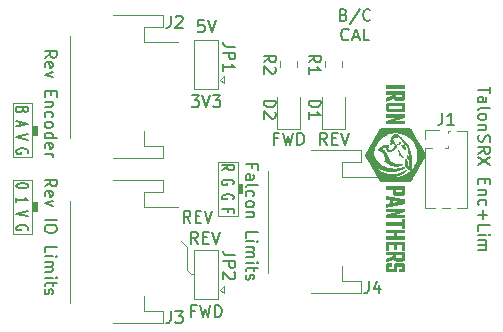
<source format=gbr>
%TF.GenerationSoftware,KiCad,Pcbnew,(5.1.6-0)*%
%TF.CreationDate,2022-05-03T23:10:05-07:00*%
%TF.ProjectId,talonsrx-enc-limit-ftc,74616c6f-6e73-4727-982d-656e632d6c69,rev?*%
%TF.SameCoordinates,PX695f190PY69fa208*%
%TF.FileFunction,Legend,Top*%
%TF.FilePolarity,Positive*%
%FSLAX46Y46*%
G04 Gerber Fmt 4.6, Leading zero omitted, Abs format (unit mm)*
G04 Created by KiCad (PCBNEW (5.1.6-0)) date 2022-05-03 23:10:05*
%MOMM*%
%LPD*%
G01*
G04 APERTURE LIST*
%ADD10C,0.120000*%
%ADD11C,0.150000*%
%ADD12C,0.100000*%
%ADD13C,0.010000*%
G04 APERTURE END LIST*
D10*
X17780000Y5080000D02*
X18034000Y5080000D01*
X17399000Y5461000D02*
X17780000Y5080000D01*
X17399000Y7366000D02*
X17399000Y5461000D01*
X16891000Y7874000D02*
X17399000Y7366000D01*
D11*
X17716571Y9453620D02*
X17383238Y9929810D01*
X17145142Y9453620D02*
X17145142Y10453620D01*
X17526095Y10453620D01*
X17621333Y10406000D01*
X17668952Y10358381D01*
X17716571Y10263143D01*
X17716571Y10120286D01*
X17668952Y10025048D01*
X17621333Y9977429D01*
X17526095Y9929810D01*
X17145142Y9929810D01*
X18145142Y9977429D02*
X18478476Y9977429D01*
X18621333Y9453620D02*
X18145142Y9453620D01*
X18145142Y10453620D01*
X18621333Y10453620D01*
X18907047Y10453620D02*
X19240380Y9453620D01*
X19573714Y10453620D01*
D10*
X21717000Y10033000D02*
X20066000Y10033000D01*
X20066000Y10033000D02*
X20066000Y14605000D01*
X20066000Y14605000D02*
X21717000Y14605000D01*
D12*
G36*
X22098000Y11938000D02*
G01*
X21717000Y11938000D01*
X21717000Y12700000D01*
X22098000Y12700000D01*
X22098000Y11938000D01*
G37*
X22098000Y11938000D02*
X21717000Y11938000D01*
X21717000Y12700000D01*
X22098000Y12700000D01*
X22098000Y11938000D01*
D10*
X21717000Y14605000D02*
X21717000Y10033000D01*
D12*
G36*
X4699000Y10414000D02*
G01*
X4318000Y10414000D01*
X4318000Y11176000D01*
X4699000Y11176000D01*
X4699000Y10414000D01*
G37*
X4699000Y10414000D02*
X4318000Y10414000D01*
X4318000Y11176000D01*
X4699000Y11176000D01*
X4699000Y10414000D01*
D10*
X4318000Y8509000D02*
X2667000Y8509000D01*
X2667000Y13081000D02*
X4318000Y13081000D01*
X4318000Y13081000D02*
X4318000Y8509000D01*
X2667000Y8509000D02*
X2667000Y13081000D01*
D12*
G36*
X4699000Y16891000D02*
G01*
X4318000Y16891000D01*
X4318000Y17653000D01*
X4699000Y17653000D01*
X4699000Y16891000D01*
G37*
X4699000Y16891000D02*
X4318000Y16891000D01*
X4318000Y17653000D01*
X4699000Y17653000D01*
X4699000Y16891000D01*
D10*
X2667000Y14986000D02*
X2667000Y19558000D01*
X4318000Y14986000D02*
X2667000Y14986000D01*
X4318000Y19558000D02*
X4318000Y14986000D01*
X2667000Y19558000D02*
X4318000Y19558000D01*
D11*
X20375619Y13902334D02*
X20851809Y14135667D01*
X20375619Y14302334D02*
X21375619Y14302334D01*
X21375619Y14035667D01*
X21328000Y13969000D01*
X21280380Y13935667D01*
X21185142Y13902334D01*
X21042285Y13902334D01*
X20947047Y13935667D01*
X20899428Y13969000D01*
X20851809Y14035667D01*
X20851809Y14302334D01*
X21328000Y12702334D02*
X21375619Y12769000D01*
X21375619Y12869000D01*
X21328000Y12969000D01*
X21232761Y13035667D01*
X21137523Y13069000D01*
X20947047Y13102334D01*
X20804190Y13102334D01*
X20613714Y13069000D01*
X20518476Y13035667D01*
X20423238Y12969000D01*
X20375619Y12869000D01*
X20375619Y12802334D01*
X20423238Y12702334D01*
X20470857Y12669000D01*
X20804190Y12669000D01*
X20804190Y12802334D01*
X21328000Y11469000D02*
X21375619Y11535667D01*
X21375619Y11635667D01*
X21328000Y11735667D01*
X21232761Y11802334D01*
X21137523Y11835667D01*
X20947047Y11869000D01*
X20804190Y11869000D01*
X20613714Y11835667D01*
X20518476Y11802334D01*
X20423238Y11735667D01*
X20375619Y11635667D01*
X20375619Y11569000D01*
X20423238Y11469000D01*
X20470857Y11435667D01*
X20804190Y11435667D01*
X20804190Y11569000D01*
X20899428Y10369000D02*
X20899428Y10602334D01*
X20375619Y10602334D02*
X21375619Y10602334D01*
X21375619Y10269000D01*
X3500428Y18972000D02*
X3452809Y18872000D01*
X3405190Y18838667D01*
X3309952Y18805334D01*
X3167095Y18805334D01*
X3071857Y18838667D01*
X3024238Y18872000D01*
X2976619Y18938667D01*
X2976619Y19205334D01*
X3976619Y19205334D01*
X3976619Y18972000D01*
X3929000Y18905334D01*
X3881380Y18872000D01*
X3786142Y18838667D01*
X3690904Y18838667D01*
X3595666Y18872000D01*
X3548047Y18905334D01*
X3500428Y18972000D01*
X3500428Y19205334D01*
X3262333Y18005334D02*
X3262333Y17672000D01*
X2976619Y18072000D02*
X3976619Y17838667D01*
X2976619Y17605334D01*
X3976619Y16938667D02*
X2976619Y16705334D01*
X3976619Y16472000D01*
X3929000Y15338667D02*
X3976619Y15405334D01*
X3976619Y15505334D01*
X3929000Y15605334D01*
X3833761Y15672000D01*
X3738523Y15705334D01*
X3548047Y15738667D01*
X3405190Y15738667D01*
X3214714Y15705334D01*
X3119476Y15672000D01*
X3024238Y15605334D01*
X2976619Y15505334D01*
X2976619Y15438667D01*
X3024238Y15338667D01*
X3071857Y15305334D01*
X3405190Y15305334D01*
X3405190Y15438667D01*
X3976619Y12611667D02*
X3976619Y12545000D01*
X3929000Y12478334D01*
X3881380Y12445000D01*
X3786142Y12411667D01*
X3595666Y12378334D01*
X3357571Y12378334D01*
X3167095Y12411667D01*
X3071857Y12445000D01*
X3024238Y12478334D01*
X2976619Y12545000D01*
X2976619Y12611667D01*
X3024238Y12678334D01*
X3071857Y12711667D01*
X3167095Y12745000D01*
X3357571Y12778334D01*
X3595666Y12778334D01*
X3786142Y12745000D01*
X3881380Y12711667D01*
X3929000Y12678334D01*
X3976619Y12611667D01*
X2976619Y11178334D02*
X2976619Y11578334D01*
X2976619Y11378334D02*
X3976619Y11378334D01*
X3833761Y11445000D01*
X3738523Y11511667D01*
X3690904Y11578334D01*
X3976619Y10445000D02*
X2976619Y10211667D01*
X3976619Y9978334D01*
X3929000Y8845000D02*
X3976619Y8911667D01*
X3976619Y9011667D01*
X3929000Y9111667D01*
X3833761Y9178334D01*
X3738523Y9211667D01*
X3548047Y9245000D01*
X3405190Y9245000D01*
X3214714Y9211667D01*
X3119476Y9178334D01*
X3024238Y9111667D01*
X2976619Y9011667D01*
X2976619Y8945000D01*
X3024238Y8845000D01*
X3071857Y8811667D01*
X3405190Y8811667D01*
X3405190Y8945000D01*
X30670619Y27058429D02*
X30813476Y27010810D01*
X30861095Y26963191D01*
X30908714Y26867953D01*
X30908714Y26725096D01*
X30861095Y26629858D01*
X30813476Y26582239D01*
X30718238Y26534620D01*
X30337285Y26534620D01*
X30337285Y27534620D01*
X30670619Y27534620D01*
X30765857Y27487000D01*
X30813476Y27439381D01*
X30861095Y27344143D01*
X30861095Y27248905D01*
X30813476Y27153667D01*
X30765857Y27106048D01*
X30670619Y27058429D01*
X30337285Y27058429D01*
X32051571Y27582239D02*
X31194428Y26296524D01*
X32956333Y26629858D02*
X32908714Y26582239D01*
X32765857Y26534620D01*
X32670619Y26534620D01*
X32527761Y26582239D01*
X32432523Y26677477D01*
X32384904Y26772715D01*
X32337285Y26963191D01*
X32337285Y27106048D01*
X32384904Y27296524D01*
X32432523Y27391762D01*
X32527761Y27487000D01*
X32670619Y27534620D01*
X32765857Y27534620D01*
X32908714Y27487000D01*
X32956333Y27439381D01*
X31099190Y24979858D02*
X31051571Y24932239D01*
X30908714Y24884620D01*
X30813476Y24884620D01*
X30670619Y24932239D01*
X30575380Y25027477D01*
X30527761Y25122715D01*
X30480142Y25313191D01*
X30480142Y25456048D01*
X30527761Y25646524D01*
X30575380Y25741762D01*
X30670619Y25837000D01*
X30813476Y25884620D01*
X30908714Y25884620D01*
X31051571Y25837000D01*
X31099190Y25789381D01*
X31480142Y25170334D02*
X31956333Y25170334D01*
X31384904Y24884620D02*
X31718238Y25884620D01*
X32051571Y24884620D01*
X32861095Y24884620D02*
X32384904Y24884620D01*
X32384904Y25884620D01*
X29273571Y16057620D02*
X28940238Y16533810D01*
X28702142Y16057620D02*
X28702142Y17057620D01*
X29083095Y17057620D01*
X29178333Y17010000D01*
X29225952Y16962381D01*
X29273571Y16867143D01*
X29273571Y16724286D01*
X29225952Y16629048D01*
X29178333Y16581429D01*
X29083095Y16533810D01*
X28702142Y16533810D01*
X29702142Y16581429D02*
X30035476Y16581429D01*
X30178333Y16057620D02*
X29702142Y16057620D01*
X29702142Y17057620D01*
X30178333Y17057620D01*
X30464047Y17057620D02*
X30797380Y16057620D01*
X31130714Y17057620D01*
X25106428Y16581429D02*
X24773095Y16581429D01*
X24773095Y16057620D02*
X24773095Y17057620D01*
X25249285Y17057620D01*
X25535000Y17057620D02*
X25773095Y16057620D01*
X25963571Y16771905D01*
X26154047Y16057620D01*
X26392142Y17057620D01*
X26773095Y16057620D02*
X26773095Y17057620D01*
X27011190Y17057620D01*
X27154047Y17010000D01*
X27249285Y16914762D01*
X27296904Y16819524D01*
X27344523Y16629048D01*
X27344523Y16486191D01*
X27296904Y16295715D01*
X27249285Y16200477D01*
X27154047Y16105239D01*
X27011190Y16057620D01*
X26773095Y16057620D01*
X43092619Y20970000D02*
X43092619Y20398572D01*
X42092619Y20684286D02*
X43092619Y20684286D01*
X42092619Y19636667D02*
X42616428Y19636667D01*
X42711666Y19684286D01*
X42759285Y19779524D01*
X42759285Y19970000D01*
X42711666Y20065239D01*
X42140238Y19636667D02*
X42092619Y19731905D01*
X42092619Y19970000D01*
X42140238Y20065239D01*
X42235476Y20112858D01*
X42330714Y20112858D01*
X42425952Y20065239D01*
X42473571Y19970000D01*
X42473571Y19731905D01*
X42521190Y19636667D01*
X42092619Y19017620D02*
X42140238Y19112858D01*
X42235476Y19160477D01*
X43092619Y19160477D01*
X42092619Y18493810D02*
X42140238Y18589048D01*
X42187857Y18636667D01*
X42283095Y18684286D01*
X42568809Y18684286D01*
X42664047Y18636667D01*
X42711666Y18589048D01*
X42759285Y18493810D01*
X42759285Y18350953D01*
X42711666Y18255715D01*
X42664047Y18208096D01*
X42568809Y18160477D01*
X42283095Y18160477D01*
X42187857Y18208096D01*
X42140238Y18255715D01*
X42092619Y18350953D01*
X42092619Y18493810D01*
X42759285Y17731905D02*
X42092619Y17731905D01*
X42664047Y17731905D02*
X42711666Y17684286D01*
X42759285Y17589048D01*
X42759285Y17446191D01*
X42711666Y17350953D01*
X42616428Y17303334D01*
X42092619Y17303334D01*
X42140238Y16874762D02*
X42092619Y16731905D01*
X42092619Y16493810D01*
X42140238Y16398572D01*
X42187857Y16350953D01*
X42283095Y16303334D01*
X42378333Y16303334D01*
X42473571Y16350953D01*
X42521190Y16398572D01*
X42568809Y16493810D01*
X42616428Y16684286D01*
X42664047Y16779524D01*
X42711666Y16827143D01*
X42806904Y16874762D01*
X42902142Y16874762D01*
X42997380Y16827143D01*
X43045000Y16779524D01*
X43092619Y16684286D01*
X43092619Y16446191D01*
X43045000Y16303334D01*
X42092619Y15303334D02*
X42568809Y15636667D01*
X42092619Y15874762D02*
X43092619Y15874762D01*
X43092619Y15493810D01*
X43045000Y15398572D01*
X42997380Y15350953D01*
X42902142Y15303334D01*
X42759285Y15303334D01*
X42664047Y15350953D01*
X42616428Y15398572D01*
X42568809Y15493810D01*
X42568809Y15874762D01*
X43092619Y14970000D02*
X42092619Y14303334D01*
X43092619Y14303334D02*
X42092619Y14970000D01*
X42616428Y13160477D02*
X42616428Y12827143D01*
X42092619Y12684286D02*
X42092619Y13160477D01*
X43092619Y13160477D01*
X43092619Y12684286D01*
X42759285Y12255715D02*
X42092619Y12255715D01*
X42664047Y12255715D02*
X42711666Y12208096D01*
X42759285Y12112858D01*
X42759285Y11970000D01*
X42711666Y11874762D01*
X42616428Y11827143D01*
X42092619Y11827143D01*
X42140238Y10922381D02*
X42092619Y11017620D01*
X42092619Y11208096D01*
X42140238Y11303334D01*
X42187857Y11350953D01*
X42283095Y11398572D01*
X42568809Y11398572D01*
X42664047Y11350953D01*
X42711666Y11303334D01*
X42759285Y11208096D01*
X42759285Y11017620D01*
X42711666Y10922381D01*
X42473571Y10493810D02*
X42473571Y9731905D01*
X42092619Y10112858D02*
X42854523Y10112858D01*
X42092619Y8779524D02*
X42092619Y9255715D01*
X43092619Y9255715D01*
X42092619Y8446191D02*
X42759285Y8446191D01*
X43092619Y8446191D02*
X43045000Y8493810D01*
X42997380Y8446191D01*
X43045000Y8398572D01*
X43092619Y8446191D01*
X42997380Y8446191D01*
X42092619Y7970000D02*
X42759285Y7970000D01*
X42664047Y7970000D02*
X42711666Y7922381D01*
X42759285Y7827143D01*
X42759285Y7684286D01*
X42711666Y7589048D01*
X42616428Y7541429D01*
X42092619Y7541429D01*
X42616428Y7541429D02*
X42711666Y7493810D01*
X42759285Y7398572D01*
X42759285Y7255715D01*
X42711666Y7160477D01*
X42616428Y7112858D01*
X42092619Y7112858D01*
X18859523Y26582620D02*
X18383333Y26582620D01*
X18335714Y26106429D01*
X18383333Y26154048D01*
X18478571Y26201667D01*
X18716666Y26201667D01*
X18811904Y26154048D01*
X18859523Y26106429D01*
X18907142Y26011191D01*
X18907142Y25773096D01*
X18859523Y25677858D01*
X18811904Y25630239D01*
X18716666Y25582620D01*
X18478571Y25582620D01*
X18383333Y25630239D01*
X18335714Y25677858D01*
X19192857Y26582620D02*
X19526190Y25582620D01*
X19859523Y26582620D01*
X17811904Y20232620D02*
X18430952Y20232620D01*
X18097619Y19851667D01*
X18240476Y19851667D01*
X18335714Y19804048D01*
X18383333Y19756429D01*
X18430952Y19661191D01*
X18430952Y19423096D01*
X18383333Y19327858D01*
X18335714Y19280239D01*
X18240476Y19232620D01*
X17954761Y19232620D01*
X17859523Y19280239D01*
X17811904Y19327858D01*
X18716666Y20232620D02*
X19050000Y19232620D01*
X19383333Y20232620D01*
X19621428Y20232620D02*
X20240476Y20232620D01*
X19907142Y19851667D01*
X20050000Y19851667D01*
X20145238Y19804048D01*
X20192857Y19756429D01*
X20240476Y19661191D01*
X20240476Y19423096D01*
X20192857Y19327858D01*
X20145238Y19280239D01*
X20050000Y19232620D01*
X19764285Y19232620D01*
X19669047Y19280239D01*
X19621428Y19327858D01*
X18351571Y7675620D02*
X18018238Y8151810D01*
X17780142Y7675620D02*
X17780142Y8675620D01*
X18161095Y8675620D01*
X18256333Y8628000D01*
X18303952Y8580381D01*
X18351571Y8485143D01*
X18351571Y8342286D01*
X18303952Y8247048D01*
X18256333Y8199429D01*
X18161095Y8151810D01*
X17780142Y8151810D01*
X18780142Y8199429D02*
X19113476Y8199429D01*
X19256333Y7675620D02*
X18780142Y7675620D01*
X18780142Y8675620D01*
X19256333Y8675620D01*
X19542047Y8675620D02*
X19875380Y7675620D01*
X20208714Y8675620D01*
X18121428Y1976429D02*
X17788095Y1976429D01*
X17788095Y1452620D02*
X17788095Y2452620D01*
X18264285Y2452620D01*
X18550000Y2452620D02*
X18788095Y1452620D01*
X18978571Y2166905D01*
X19169047Y1452620D01*
X19407142Y2452620D01*
X19788095Y1452620D02*
X19788095Y2452620D01*
X20026190Y2452620D01*
X20169047Y2405000D01*
X20264285Y2309762D01*
X20311904Y2214524D01*
X20359523Y2024048D01*
X20359523Y1881191D01*
X20311904Y1690715D01*
X20264285Y1595477D01*
X20169047Y1500239D01*
X20026190Y1452620D01*
X19788095Y1452620D01*
X5389619Y23415143D02*
X5865809Y23748477D01*
X5389619Y23986572D02*
X6389619Y23986572D01*
X6389619Y23605620D01*
X6342000Y23510381D01*
X6294380Y23462762D01*
X6199142Y23415143D01*
X6056285Y23415143D01*
X5961047Y23462762D01*
X5913428Y23510381D01*
X5865809Y23605620D01*
X5865809Y23986572D01*
X5437238Y22605620D02*
X5389619Y22700858D01*
X5389619Y22891334D01*
X5437238Y22986572D01*
X5532476Y23034191D01*
X5913428Y23034191D01*
X6008666Y22986572D01*
X6056285Y22891334D01*
X6056285Y22700858D01*
X6008666Y22605620D01*
X5913428Y22558000D01*
X5818190Y22558000D01*
X5722952Y23034191D01*
X6056285Y22224667D02*
X5389619Y21986572D01*
X6056285Y21748477D01*
X5913428Y20605620D02*
X5913428Y20272286D01*
X5389619Y20129429D02*
X5389619Y20605620D01*
X6389619Y20605620D01*
X6389619Y20129429D01*
X6056285Y19700858D02*
X5389619Y19700858D01*
X5961047Y19700858D02*
X6008666Y19653239D01*
X6056285Y19558000D01*
X6056285Y19415143D01*
X6008666Y19319905D01*
X5913428Y19272286D01*
X5389619Y19272286D01*
X5437238Y18367524D02*
X5389619Y18462762D01*
X5389619Y18653239D01*
X5437238Y18748477D01*
X5484857Y18796096D01*
X5580095Y18843715D01*
X5865809Y18843715D01*
X5961047Y18796096D01*
X6008666Y18748477D01*
X6056285Y18653239D01*
X6056285Y18462762D01*
X6008666Y18367524D01*
X5389619Y17796096D02*
X5437238Y17891334D01*
X5484857Y17938953D01*
X5580095Y17986572D01*
X5865809Y17986572D01*
X5961047Y17938953D01*
X6008666Y17891334D01*
X6056285Y17796096D01*
X6056285Y17653239D01*
X6008666Y17558000D01*
X5961047Y17510381D01*
X5865809Y17462762D01*
X5580095Y17462762D01*
X5484857Y17510381D01*
X5437238Y17558000D01*
X5389619Y17653239D01*
X5389619Y17796096D01*
X5389619Y16605620D02*
X6389619Y16605620D01*
X5437238Y16605620D02*
X5389619Y16700858D01*
X5389619Y16891334D01*
X5437238Y16986572D01*
X5484857Y17034191D01*
X5580095Y17081810D01*
X5865809Y17081810D01*
X5961047Y17034191D01*
X6008666Y16986572D01*
X6056285Y16891334D01*
X6056285Y16700858D01*
X6008666Y16605620D01*
X5437238Y15748477D02*
X5389619Y15843715D01*
X5389619Y16034191D01*
X5437238Y16129429D01*
X5532476Y16177048D01*
X5913428Y16177048D01*
X6008666Y16129429D01*
X6056285Y16034191D01*
X6056285Y15843715D01*
X6008666Y15748477D01*
X5913428Y15700858D01*
X5818190Y15700858D01*
X5722952Y16177048D01*
X5389619Y15272286D02*
X6056285Y15272286D01*
X5865809Y15272286D02*
X5961047Y15224667D01*
X6008666Y15177048D01*
X6056285Y15081810D01*
X6056285Y14986572D01*
X5389619Y12516905D02*
X5865809Y12850239D01*
X5389619Y13088334D02*
X6389619Y13088334D01*
X6389619Y12707381D01*
X6342000Y12612143D01*
X6294380Y12564524D01*
X6199142Y12516905D01*
X6056285Y12516905D01*
X5961047Y12564524D01*
X5913428Y12612143D01*
X5865809Y12707381D01*
X5865809Y13088334D01*
X5437238Y11707381D02*
X5389619Y11802620D01*
X5389619Y11993096D01*
X5437238Y12088334D01*
X5532476Y12135953D01*
X5913428Y12135953D01*
X6008666Y12088334D01*
X6056285Y11993096D01*
X6056285Y11802620D01*
X6008666Y11707381D01*
X5913428Y11659762D01*
X5818190Y11659762D01*
X5722952Y12135953D01*
X6056285Y11326429D02*
X5389619Y11088334D01*
X6056285Y10850239D01*
X5389619Y9707381D02*
X6389619Y9707381D01*
X6389619Y9040715D02*
X6389619Y8850239D01*
X6342000Y8755000D01*
X6246761Y8659762D01*
X6056285Y8612143D01*
X5722952Y8612143D01*
X5532476Y8659762D01*
X5437238Y8755000D01*
X5389619Y8850239D01*
X5389619Y9040715D01*
X5437238Y9135953D01*
X5532476Y9231191D01*
X5722952Y9278810D01*
X6056285Y9278810D01*
X6246761Y9231191D01*
X6342000Y9135953D01*
X6389619Y9040715D01*
X5389619Y6945477D02*
X5389619Y7421667D01*
X6389619Y7421667D01*
X5389619Y6612143D02*
X6056285Y6612143D01*
X6389619Y6612143D02*
X6342000Y6659762D01*
X6294380Y6612143D01*
X6342000Y6564524D01*
X6389619Y6612143D01*
X6294380Y6612143D01*
X5389619Y6135953D02*
X6056285Y6135953D01*
X5961047Y6135953D02*
X6008666Y6088334D01*
X6056285Y5993096D01*
X6056285Y5850239D01*
X6008666Y5755000D01*
X5913428Y5707381D01*
X5389619Y5707381D01*
X5913428Y5707381D02*
X6008666Y5659762D01*
X6056285Y5564524D01*
X6056285Y5421667D01*
X6008666Y5326429D01*
X5913428Y5278810D01*
X5389619Y5278810D01*
X5389619Y4802620D02*
X6056285Y4802620D01*
X6389619Y4802620D02*
X6342000Y4850239D01*
X6294380Y4802620D01*
X6342000Y4755000D01*
X6389619Y4802620D01*
X6294380Y4802620D01*
X6056285Y4469286D02*
X6056285Y4088334D01*
X6389619Y4326429D02*
X5532476Y4326429D01*
X5437238Y4278810D01*
X5389619Y4183572D01*
X5389619Y4088334D01*
X5437238Y3802620D02*
X5389619Y3707381D01*
X5389619Y3516905D01*
X5437238Y3421667D01*
X5532476Y3374048D01*
X5580095Y3374048D01*
X5675333Y3421667D01*
X5722952Y3516905D01*
X5722952Y3659762D01*
X5770571Y3755000D01*
X5865809Y3802620D01*
X5913428Y3802620D01*
X6008666Y3755000D01*
X6056285Y3659762D01*
X6056285Y3516905D01*
X6008666Y3421667D01*
X22931428Y14048810D02*
X22931428Y14382143D01*
X22407619Y14382143D02*
X23407619Y14382143D01*
X23407619Y13905953D01*
X22407619Y13096429D02*
X22931428Y13096429D01*
X23026666Y13144048D01*
X23074285Y13239286D01*
X23074285Y13429762D01*
X23026666Y13525000D01*
X22455238Y13096429D02*
X22407619Y13191667D01*
X22407619Y13429762D01*
X22455238Y13525000D01*
X22550476Y13572620D01*
X22645714Y13572620D01*
X22740952Y13525000D01*
X22788571Y13429762D01*
X22788571Y13191667D01*
X22836190Y13096429D01*
X22407619Y12477381D02*
X22455238Y12572620D01*
X22550476Y12620239D01*
X23407619Y12620239D01*
X22455238Y11667858D02*
X22407619Y11763096D01*
X22407619Y11953572D01*
X22455238Y12048810D01*
X22502857Y12096429D01*
X22598095Y12144048D01*
X22883809Y12144048D01*
X22979047Y12096429D01*
X23026666Y12048810D01*
X23074285Y11953572D01*
X23074285Y11763096D01*
X23026666Y11667858D01*
X22407619Y11096429D02*
X22455238Y11191667D01*
X22502857Y11239286D01*
X22598095Y11286905D01*
X22883809Y11286905D01*
X22979047Y11239286D01*
X23026666Y11191667D01*
X23074285Y11096429D01*
X23074285Y10953572D01*
X23026666Y10858334D01*
X22979047Y10810715D01*
X22883809Y10763096D01*
X22598095Y10763096D01*
X22502857Y10810715D01*
X22455238Y10858334D01*
X22407619Y10953572D01*
X22407619Y11096429D01*
X23074285Y10334524D02*
X22407619Y10334524D01*
X22979047Y10334524D02*
X23026666Y10286905D01*
X23074285Y10191667D01*
X23074285Y10048810D01*
X23026666Y9953572D01*
X22931428Y9905953D01*
X22407619Y9905953D01*
X22407619Y8191667D02*
X22407619Y8667858D01*
X23407619Y8667858D01*
X22407619Y7858334D02*
X23074285Y7858334D01*
X23407619Y7858334D02*
X23360000Y7905953D01*
X23312380Y7858334D01*
X23360000Y7810715D01*
X23407619Y7858334D01*
X23312380Y7858334D01*
X22407619Y7382143D02*
X23074285Y7382143D01*
X22979047Y7382143D02*
X23026666Y7334524D01*
X23074285Y7239286D01*
X23074285Y7096429D01*
X23026666Y7001191D01*
X22931428Y6953572D01*
X22407619Y6953572D01*
X22931428Y6953572D02*
X23026666Y6905953D01*
X23074285Y6810715D01*
X23074285Y6667858D01*
X23026666Y6572620D01*
X22931428Y6525000D01*
X22407619Y6525000D01*
X22407619Y6048810D02*
X23074285Y6048810D01*
X23407619Y6048810D02*
X23360000Y6096429D01*
X23312380Y6048810D01*
X23360000Y6001191D01*
X23407619Y6048810D01*
X23312380Y6048810D01*
X23074285Y5715477D02*
X23074285Y5334524D01*
X23407619Y5572620D02*
X22550476Y5572620D01*
X22455238Y5525000D01*
X22407619Y5429762D01*
X22407619Y5334524D01*
X22455238Y5048810D02*
X22407619Y4953572D01*
X22407619Y4763096D01*
X22455238Y4667858D01*
X22550476Y4620239D01*
X22598095Y4620239D01*
X22693333Y4667858D01*
X22740952Y4763096D01*
X22740952Y4905953D01*
X22788571Y5001191D01*
X22883809Y5048810D01*
X22931428Y5048810D01*
X23026666Y5001191D01*
X23074285Y4905953D01*
X23074285Y4763096D01*
X23026666Y4667858D01*
D13*
%TO.C,G\u002A\u002A\u002A*%
G36*
X37576899Y15173977D02*
G01*
X37571804Y15150461D01*
X37567897Y15142806D01*
X37557950Y15124712D01*
X37542279Y15096732D01*
X37521202Y15059419D01*
X37495036Y15013329D01*
X37464099Y14959014D01*
X37428707Y14897030D01*
X37389177Y14827930D01*
X37345827Y14752268D01*
X37298974Y14670599D01*
X37248935Y14583475D01*
X37196028Y14491452D01*
X37140568Y14395083D01*
X37082875Y14294923D01*
X37023264Y14191525D01*
X36972388Y14103350D01*
X36887767Y13956838D01*
X36809393Y13821344D01*
X36737247Y13696836D01*
X36671312Y13583285D01*
X36611570Y13480660D01*
X36558003Y13388931D01*
X36510594Y13308069D01*
X36469325Y13238041D01*
X36434178Y13178819D01*
X36405134Y13130372D01*
X36382177Y13092669D01*
X36365289Y13065681D01*
X36354452Y13049376D01*
X36350968Y13044845D01*
X36324709Y13019763D01*
X36297183Y13003178D01*
X36286571Y12998807D01*
X36282259Y12997236D01*
X36277718Y12995796D01*
X36272403Y12994482D01*
X36265765Y12993287D01*
X36257259Y12992207D01*
X36246338Y12991236D01*
X36232455Y12990367D01*
X36215063Y12989595D01*
X36193615Y12988914D01*
X36167565Y12988319D01*
X36136366Y12987803D01*
X36099471Y12987362D01*
X36056333Y12986989D01*
X36006406Y12986678D01*
X35949143Y12986425D01*
X35883997Y12986222D01*
X35810421Y12986065D01*
X35727868Y12985947D01*
X35635793Y12985863D01*
X35533647Y12985807D01*
X35420885Y12985774D01*
X35296959Y12985757D01*
X35161323Y12985751D01*
X35042475Y12985750D01*
X34896931Y12985752D01*
X34763541Y12985761D01*
X34641757Y12985782D01*
X34531033Y12985821D01*
X34430824Y12985885D01*
X34340581Y12985978D01*
X34259760Y12986106D01*
X34187812Y12986275D01*
X34124192Y12986490D01*
X34068353Y12986757D01*
X34019749Y12987082D01*
X33977833Y12987471D01*
X33942057Y12987928D01*
X33911877Y12988460D01*
X33886745Y12989072D01*
X33866115Y12989770D01*
X33849440Y12990559D01*
X33836174Y12991445D01*
X33825770Y12992435D01*
X33817681Y12993532D01*
X33811362Y12994744D01*
X33806264Y12996075D01*
X33801843Y12997531D01*
X33799033Y12998563D01*
X33767019Y13015169D01*
X33738572Y13038147D01*
X33738470Y13038250D01*
X33732272Y13046413D01*
X33721128Y13063336D01*
X33704941Y13089187D01*
X33683611Y13124134D01*
X33657040Y13168345D01*
X33625129Y13221986D01*
X33587781Y13285226D01*
X33544896Y13358233D01*
X33496375Y13441173D01*
X33442121Y13534215D01*
X33382034Y13637526D01*
X33316017Y13751274D01*
X33243970Y13875626D01*
X33165794Y14010751D01*
X33117779Y14093825D01*
X33056636Y14199696D01*
X32997135Y14302820D01*
X32939592Y14402643D01*
X32884327Y14498610D01*
X32831657Y14590165D01*
X32781899Y14676754D01*
X32735373Y14757822D01*
X32692394Y14832813D01*
X32653282Y14901174D01*
X32618355Y14962347D01*
X32587929Y15015779D01*
X32562324Y15060915D01*
X32541857Y15097199D01*
X32526845Y15124077D01*
X32517607Y15140993D01*
X32514528Y15147136D01*
X32506573Y15184286D01*
X32506567Y15225292D01*
X32514243Y15264433D01*
X32520765Y15281275D01*
X32527116Y15293477D01*
X32539338Y15315715D01*
X32557048Y15347330D01*
X32579861Y15387659D01*
X32607395Y15436042D01*
X32639264Y15491816D01*
X32675085Y15554321D01*
X32714475Y15622894D01*
X32757049Y15696875D01*
X32802423Y15775603D01*
X32850214Y15858415D01*
X32900038Y15944650D01*
X32951511Y16033646D01*
X33004248Y16124744D01*
X33057867Y16217280D01*
X33111982Y16310594D01*
X33166211Y16404024D01*
X33220170Y16496908D01*
X33273474Y16588586D01*
X33325740Y16678395D01*
X33376583Y16765676D01*
X33425621Y16849765D01*
X33472468Y16930001D01*
X33516742Y17005724D01*
X33558058Y17076271D01*
X33596033Y17140982D01*
X33630281Y17199194D01*
X33660421Y17250247D01*
X33686068Y17293479D01*
X33706837Y17328229D01*
X33722345Y17353834D01*
X33732209Y17369635D01*
X33735801Y17374796D01*
X33755569Y17391563D01*
X33779790Y17407253D01*
X33790844Y17412896D01*
X33823275Y17427575D01*
X35048825Y17427575D01*
X35048825Y17090499D01*
X34991748Y17090377D01*
X34945147Y17089936D01*
X34906802Y17089061D01*
X34874490Y17087640D01*
X34845989Y17085559D01*
X34819080Y17082705D01*
X34791539Y17078965D01*
X34775775Y17076560D01*
X34619564Y17045900D01*
X34468686Y17003787D01*
X34323348Y16950320D01*
X34183751Y16885594D01*
X34050100Y16809708D01*
X33922600Y16722759D01*
X33801454Y16624843D01*
X33770237Y16596884D01*
X33660973Y16488433D01*
X33561745Y16372329D01*
X33472757Y16248959D01*
X33394213Y16118707D01*
X33326318Y15981960D01*
X33269275Y15839103D01*
X33223289Y15690522D01*
X33188562Y15536602D01*
X33178569Y15478125D01*
X33172538Y15433821D01*
X33169988Y15396510D01*
X33171026Y15361241D01*
X33175761Y15323061D01*
X33182808Y15284450D01*
X33208388Y15185239D01*
X33245529Y15084461D01*
X33293359Y14983163D01*
X33351012Y14882392D01*
X33417618Y14783194D01*
X33492309Y14686616D01*
X33574215Y14593705D01*
X33662468Y14505506D01*
X33756200Y14423068D01*
X33854541Y14347437D01*
X33956622Y14279658D01*
X34061576Y14220780D01*
X34068674Y14217186D01*
X34155506Y14178223D01*
X34252701Y14143032D01*
X34358402Y14111937D01*
X34470750Y14085264D01*
X34587885Y14063338D01*
X34707950Y14046484D01*
X34829084Y14035026D01*
X34949429Y14029289D01*
X35067126Y14029599D01*
X35126669Y14032257D01*
X35251249Y14042614D01*
X35369902Y14058233D01*
X35481185Y14078838D01*
X35583658Y14104152D01*
X35675878Y14133899D01*
X35695269Y14141254D01*
X35722689Y14151436D01*
X35745971Y14159076D01*
X35762497Y14163381D01*
X35769445Y14163741D01*
X35775805Y14153849D01*
X35771633Y14139527D01*
X35757953Y14121616D01*
X35735785Y14100960D01*
X35706151Y14078401D01*
X35670075Y14054780D01*
X35628578Y14030941D01*
X35582683Y14007725D01*
X35576763Y14004944D01*
X35454080Y13954025D01*
X35323144Y13911369D01*
X35185515Y13877177D01*
X35042753Y13851652D01*
X34896419Y13834994D01*
X34748072Y13827404D01*
X34599272Y13829085D01*
X34451581Y13840238D01*
X34375725Y13849849D01*
X34230632Y13876481D01*
X34092714Y13913420D01*
X33961339Y13960957D01*
X33835873Y14019383D01*
X33715685Y14088987D01*
X33600141Y14170062D01*
X33501035Y14251806D01*
X33444197Y14307903D01*
X33388114Y14374566D01*
X33334540Y14449699D01*
X33331317Y14454625D01*
X33314471Y14480146D01*
X33300074Y14501280D01*
X33289529Y14516018D01*
X33284239Y14522349D01*
X33283999Y14522450D01*
X33284477Y14517067D01*
X33289869Y14502086D01*
X33299394Y14479260D01*
X33312267Y14450339D01*
X33327707Y14417076D01*
X33344930Y14381224D01*
X33363154Y14344535D01*
X33366084Y14338755D01*
X33397052Y14281524D01*
X33432728Y14221854D01*
X33471922Y14161313D01*
X33513445Y14101465D01*
X33556105Y14043876D01*
X33598711Y13990113D01*
X33640075Y13941740D01*
X33679004Y13900324D01*
X33714309Y13867430D01*
X33738799Y13848537D01*
X33798507Y13811745D01*
X33868604Y13775041D01*
X33946803Y13739275D01*
X34030814Y13705298D01*
X34118350Y13673960D01*
X34207124Y13646113D01*
X34294846Y13622606D01*
X34379229Y13604290D01*
X34410739Y13598737D01*
X34461376Y13592061D01*
X34521891Y13586745D01*
X34589527Y13582889D01*
X34661524Y13580595D01*
X34735125Y13579961D01*
X34807571Y13581089D01*
X34851374Y13582748D01*
X35013528Y13594041D01*
X35164854Y13611969D01*
X35305352Y13636532D01*
X35435023Y13667730D01*
X35553868Y13705563D01*
X35661887Y13750032D01*
X35759081Y13801137D01*
X35845451Y13858879D01*
X35877947Y13884648D01*
X35899272Y13901914D01*
X35917333Y13915577D01*
X35929729Y13923872D01*
X35933619Y13925550D01*
X35941963Y13921140D01*
X35942016Y13908589D01*
X35934278Y13888922D01*
X35919251Y13863161D01*
X35897438Y13832331D01*
X35872859Y13801620D01*
X35812769Y13739160D01*
X35741402Y13681012D01*
X35659511Y13627427D01*
X35567853Y13578657D01*
X35467182Y13534951D01*
X35358255Y13496563D01*
X35241825Y13463741D01*
X35118649Y13436738D01*
X34989480Y13415804D01*
X34855076Y13401190D01*
X34716190Y13393148D01*
X34639250Y13391623D01*
X34599665Y13391308D01*
X34571510Y13390865D01*
X34553518Y13390147D01*
X34544418Y13389007D01*
X34542942Y13387300D01*
X34547821Y13384877D01*
X34556342Y13382045D01*
X34620705Y13364790D01*
X34695071Y13349943D01*
X34776920Y13337821D01*
X34863730Y13328742D01*
X34952977Y13323022D01*
X35042140Y13320978D01*
X35042475Y13320978D01*
X35156199Y13323407D01*
X35261991Y13331226D01*
X35363625Y13344893D01*
X35464870Y13364863D01*
X35523639Y13379185D01*
X35670067Y13423589D01*
X35811122Y13479205D01*
X35946299Y13545518D01*
X36075093Y13622010D01*
X36196996Y13708164D01*
X36311502Y13803462D01*
X36418107Y13907387D01*
X36516304Y14019422D01*
X36605586Y14139049D01*
X36685449Y14265752D01*
X36755385Y14399013D01*
X36814890Y14538315D01*
X36863456Y14683141D01*
X36887328Y14773275D01*
X36902498Y14840875D01*
X36914224Y14903390D01*
X36922873Y14964147D01*
X36928816Y15026473D01*
X36932422Y15093696D01*
X36934060Y15169141D01*
X36934229Y15195550D01*
X36934073Y15262391D01*
X36932935Y15319568D01*
X36930546Y15370098D01*
X36926640Y15416995D01*
X36920948Y15463276D01*
X36913202Y15511958D01*
X36903133Y15566055D01*
X36899797Y15582900D01*
X36863859Y15730855D01*
X36816450Y15874048D01*
X36758070Y16011959D01*
X36689217Y16144067D01*
X36610392Y16269853D01*
X36522094Y16388797D01*
X36424823Y16500378D01*
X36319078Y16604076D01*
X36205359Y16699372D01*
X36084166Y16785744D01*
X35955997Y16862674D01*
X35821352Y16929641D01*
X35680732Y16986124D01*
X35534635Y17031604D01*
X35499675Y17040611D01*
X35439823Y17054861D01*
X35386064Y17066216D01*
X35335666Y17074979D01*
X35285899Y17081453D01*
X35234031Y17085939D01*
X35177330Y17088739D01*
X35113064Y17090156D01*
X35048825Y17090499D01*
X35048825Y17427575D01*
X36261675Y17427575D01*
X36294107Y17412896D01*
X36317748Y17399603D01*
X36340561Y17382709D01*
X36349061Y17374796D01*
X36354263Y17367214D01*
X36365411Y17349282D01*
X36382120Y17321662D01*
X36404009Y17285013D01*
X36430694Y17239998D01*
X36461792Y17187277D01*
X36496920Y17127512D01*
X36535695Y17061363D01*
X36577734Y16989492D01*
X36622655Y16912560D01*
X36670074Y16831228D01*
X36719608Y16746158D01*
X36770875Y16658009D01*
X36823491Y16567444D01*
X36877074Y16475124D01*
X36931240Y16381709D01*
X36985607Y16287861D01*
X37039791Y16194241D01*
X37093410Y16101510D01*
X37146080Y16010329D01*
X37197419Y15921359D01*
X37247044Y15835262D01*
X37294572Y15752699D01*
X37339619Y15674330D01*
X37381803Y15600817D01*
X37420741Y15532820D01*
X37456050Y15471002D01*
X37487347Y15416023D01*
X37514248Y15368545D01*
X37536372Y15329228D01*
X37553335Y15298733D01*
X37564754Y15277722D01*
X37570246Y15266856D01*
X37570557Y15266079D01*
X37576605Y15238933D01*
X37578740Y15206208D01*
X37576899Y15173977D01*
G37*
X37576899Y15173977D02*
X37571804Y15150461D01*
X37567897Y15142806D01*
X37557950Y15124712D01*
X37542279Y15096732D01*
X37521202Y15059419D01*
X37495036Y15013329D01*
X37464099Y14959014D01*
X37428707Y14897030D01*
X37389177Y14827930D01*
X37345827Y14752268D01*
X37298974Y14670599D01*
X37248935Y14583475D01*
X37196028Y14491452D01*
X37140568Y14395083D01*
X37082875Y14294923D01*
X37023264Y14191525D01*
X36972388Y14103350D01*
X36887767Y13956838D01*
X36809393Y13821344D01*
X36737247Y13696836D01*
X36671312Y13583285D01*
X36611570Y13480660D01*
X36558003Y13388931D01*
X36510594Y13308069D01*
X36469325Y13238041D01*
X36434178Y13178819D01*
X36405134Y13130372D01*
X36382177Y13092669D01*
X36365289Y13065681D01*
X36354452Y13049376D01*
X36350968Y13044845D01*
X36324709Y13019763D01*
X36297183Y13003178D01*
X36286571Y12998807D01*
X36282259Y12997236D01*
X36277718Y12995796D01*
X36272403Y12994482D01*
X36265765Y12993287D01*
X36257259Y12992207D01*
X36246338Y12991236D01*
X36232455Y12990367D01*
X36215063Y12989595D01*
X36193615Y12988914D01*
X36167565Y12988319D01*
X36136366Y12987803D01*
X36099471Y12987362D01*
X36056333Y12986989D01*
X36006406Y12986678D01*
X35949143Y12986425D01*
X35883997Y12986222D01*
X35810421Y12986065D01*
X35727868Y12985947D01*
X35635793Y12985863D01*
X35533647Y12985807D01*
X35420885Y12985774D01*
X35296959Y12985757D01*
X35161323Y12985751D01*
X35042475Y12985750D01*
X34896931Y12985752D01*
X34763541Y12985761D01*
X34641757Y12985782D01*
X34531033Y12985821D01*
X34430824Y12985885D01*
X34340581Y12985978D01*
X34259760Y12986106D01*
X34187812Y12986275D01*
X34124192Y12986490D01*
X34068353Y12986757D01*
X34019749Y12987082D01*
X33977833Y12987471D01*
X33942057Y12987928D01*
X33911877Y12988460D01*
X33886745Y12989072D01*
X33866115Y12989770D01*
X33849440Y12990559D01*
X33836174Y12991445D01*
X33825770Y12992435D01*
X33817681Y12993532D01*
X33811362Y12994744D01*
X33806264Y12996075D01*
X33801843Y12997531D01*
X33799033Y12998563D01*
X33767019Y13015169D01*
X33738572Y13038147D01*
X33738470Y13038250D01*
X33732272Y13046413D01*
X33721128Y13063336D01*
X33704941Y13089187D01*
X33683611Y13124134D01*
X33657040Y13168345D01*
X33625129Y13221986D01*
X33587781Y13285226D01*
X33544896Y13358233D01*
X33496375Y13441173D01*
X33442121Y13534215D01*
X33382034Y13637526D01*
X33316017Y13751274D01*
X33243970Y13875626D01*
X33165794Y14010751D01*
X33117779Y14093825D01*
X33056636Y14199696D01*
X32997135Y14302820D01*
X32939592Y14402643D01*
X32884327Y14498610D01*
X32831657Y14590165D01*
X32781899Y14676754D01*
X32735373Y14757822D01*
X32692394Y14832813D01*
X32653282Y14901174D01*
X32618355Y14962347D01*
X32587929Y15015779D01*
X32562324Y15060915D01*
X32541857Y15097199D01*
X32526845Y15124077D01*
X32517607Y15140993D01*
X32514528Y15147136D01*
X32506573Y15184286D01*
X32506567Y15225292D01*
X32514243Y15264433D01*
X32520765Y15281275D01*
X32527116Y15293477D01*
X32539338Y15315715D01*
X32557048Y15347330D01*
X32579861Y15387659D01*
X32607395Y15436042D01*
X32639264Y15491816D01*
X32675085Y15554321D01*
X32714475Y15622894D01*
X32757049Y15696875D01*
X32802423Y15775603D01*
X32850214Y15858415D01*
X32900038Y15944650D01*
X32951511Y16033646D01*
X33004248Y16124744D01*
X33057867Y16217280D01*
X33111982Y16310594D01*
X33166211Y16404024D01*
X33220170Y16496908D01*
X33273474Y16588586D01*
X33325740Y16678395D01*
X33376583Y16765676D01*
X33425621Y16849765D01*
X33472468Y16930001D01*
X33516742Y17005724D01*
X33558058Y17076271D01*
X33596033Y17140982D01*
X33630281Y17199194D01*
X33660421Y17250247D01*
X33686068Y17293479D01*
X33706837Y17328229D01*
X33722345Y17353834D01*
X33732209Y17369635D01*
X33735801Y17374796D01*
X33755569Y17391563D01*
X33779790Y17407253D01*
X33790844Y17412896D01*
X33823275Y17427575D01*
X35048825Y17427575D01*
X35048825Y17090499D01*
X34991748Y17090377D01*
X34945147Y17089936D01*
X34906802Y17089061D01*
X34874490Y17087640D01*
X34845989Y17085559D01*
X34819080Y17082705D01*
X34791539Y17078965D01*
X34775775Y17076560D01*
X34619564Y17045900D01*
X34468686Y17003787D01*
X34323348Y16950320D01*
X34183751Y16885594D01*
X34050100Y16809708D01*
X33922600Y16722759D01*
X33801454Y16624843D01*
X33770237Y16596884D01*
X33660973Y16488433D01*
X33561745Y16372329D01*
X33472757Y16248959D01*
X33394213Y16118707D01*
X33326318Y15981960D01*
X33269275Y15839103D01*
X33223289Y15690522D01*
X33188562Y15536602D01*
X33178569Y15478125D01*
X33172538Y15433821D01*
X33169988Y15396510D01*
X33171026Y15361241D01*
X33175761Y15323061D01*
X33182808Y15284450D01*
X33208388Y15185239D01*
X33245529Y15084461D01*
X33293359Y14983163D01*
X33351012Y14882392D01*
X33417618Y14783194D01*
X33492309Y14686616D01*
X33574215Y14593705D01*
X33662468Y14505506D01*
X33756200Y14423068D01*
X33854541Y14347437D01*
X33956622Y14279658D01*
X34061576Y14220780D01*
X34068674Y14217186D01*
X34155506Y14178223D01*
X34252701Y14143032D01*
X34358402Y14111937D01*
X34470750Y14085264D01*
X34587885Y14063338D01*
X34707950Y14046484D01*
X34829084Y14035026D01*
X34949429Y14029289D01*
X35067126Y14029599D01*
X35126669Y14032257D01*
X35251249Y14042614D01*
X35369902Y14058233D01*
X35481185Y14078838D01*
X35583658Y14104152D01*
X35675878Y14133899D01*
X35695269Y14141254D01*
X35722689Y14151436D01*
X35745971Y14159076D01*
X35762497Y14163381D01*
X35769445Y14163741D01*
X35775805Y14153849D01*
X35771633Y14139527D01*
X35757953Y14121616D01*
X35735785Y14100960D01*
X35706151Y14078401D01*
X35670075Y14054780D01*
X35628578Y14030941D01*
X35582683Y14007725D01*
X35576763Y14004944D01*
X35454080Y13954025D01*
X35323144Y13911369D01*
X35185515Y13877177D01*
X35042753Y13851652D01*
X34896419Y13834994D01*
X34748072Y13827404D01*
X34599272Y13829085D01*
X34451581Y13840238D01*
X34375725Y13849849D01*
X34230632Y13876481D01*
X34092714Y13913420D01*
X33961339Y13960957D01*
X33835873Y14019383D01*
X33715685Y14088987D01*
X33600141Y14170062D01*
X33501035Y14251806D01*
X33444197Y14307903D01*
X33388114Y14374566D01*
X33334540Y14449699D01*
X33331317Y14454625D01*
X33314471Y14480146D01*
X33300074Y14501280D01*
X33289529Y14516018D01*
X33284239Y14522349D01*
X33283999Y14522450D01*
X33284477Y14517067D01*
X33289869Y14502086D01*
X33299394Y14479260D01*
X33312267Y14450339D01*
X33327707Y14417076D01*
X33344930Y14381224D01*
X33363154Y14344535D01*
X33366084Y14338755D01*
X33397052Y14281524D01*
X33432728Y14221854D01*
X33471922Y14161313D01*
X33513445Y14101465D01*
X33556105Y14043876D01*
X33598711Y13990113D01*
X33640075Y13941740D01*
X33679004Y13900324D01*
X33714309Y13867430D01*
X33738799Y13848537D01*
X33798507Y13811745D01*
X33868604Y13775041D01*
X33946803Y13739275D01*
X34030814Y13705298D01*
X34118350Y13673960D01*
X34207124Y13646113D01*
X34294846Y13622606D01*
X34379229Y13604290D01*
X34410739Y13598737D01*
X34461376Y13592061D01*
X34521891Y13586745D01*
X34589527Y13582889D01*
X34661524Y13580595D01*
X34735125Y13579961D01*
X34807571Y13581089D01*
X34851374Y13582748D01*
X35013528Y13594041D01*
X35164854Y13611969D01*
X35305352Y13636532D01*
X35435023Y13667730D01*
X35553868Y13705563D01*
X35661887Y13750032D01*
X35759081Y13801137D01*
X35845451Y13858879D01*
X35877947Y13884648D01*
X35899272Y13901914D01*
X35917333Y13915577D01*
X35929729Y13923872D01*
X35933619Y13925550D01*
X35941963Y13921140D01*
X35942016Y13908589D01*
X35934278Y13888922D01*
X35919251Y13863161D01*
X35897438Y13832331D01*
X35872859Y13801620D01*
X35812769Y13739160D01*
X35741402Y13681012D01*
X35659511Y13627427D01*
X35567853Y13578657D01*
X35467182Y13534951D01*
X35358255Y13496563D01*
X35241825Y13463741D01*
X35118649Y13436738D01*
X34989480Y13415804D01*
X34855076Y13401190D01*
X34716190Y13393148D01*
X34639250Y13391623D01*
X34599665Y13391308D01*
X34571510Y13390865D01*
X34553518Y13390147D01*
X34544418Y13389007D01*
X34542942Y13387300D01*
X34547821Y13384877D01*
X34556342Y13382045D01*
X34620705Y13364790D01*
X34695071Y13349943D01*
X34776920Y13337821D01*
X34863730Y13328742D01*
X34952977Y13323022D01*
X35042140Y13320978D01*
X35042475Y13320978D01*
X35156199Y13323407D01*
X35261991Y13331226D01*
X35363625Y13344893D01*
X35464870Y13364863D01*
X35523639Y13379185D01*
X35670067Y13423589D01*
X35811122Y13479205D01*
X35946299Y13545518D01*
X36075093Y13622010D01*
X36196996Y13708164D01*
X36311502Y13803462D01*
X36418107Y13907387D01*
X36516304Y14019422D01*
X36605586Y14139049D01*
X36685449Y14265752D01*
X36755385Y14399013D01*
X36814890Y14538315D01*
X36863456Y14683141D01*
X36887328Y14773275D01*
X36902498Y14840875D01*
X36914224Y14903390D01*
X36922873Y14964147D01*
X36928816Y15026473D01*
X36932422Y15093696D01*
X36934060Y15169141D01*
X36934229Y15195550D01*
X36934073Y15262391D01*
X36932935Y15319568D01*
X36930546Y15370098D01*
X36926640Y15416995D01*
X36920948Y15463276D01*
X36913202Y15511958D01*
X36903133Y15566055D01*
X36899797Y15582900D01*
X36863859Y15730855D01*
X36816450Y15874048D01*
X36758070Y16011959D01*
X36689217Y16144067D01*
X36610392Y16269853D01*
X36522094Y16388797D01*
X36424823Y16500378D01*
X36319078Y16604076D01*
X36205359Y16699372D01*
X36084166Y16785744D01*
X35955997Y16862674D01*
X35821352Y16929641D01*
X35680732Y16986124D01*
X35534635Y17031604D01*
X35499675Y17040611D01*
X35439823Y17054861D01*
X35386064Y17066216D01*
X35335666Y17074979D01*
X35285899Y17081453D01*
X35234031Y17085939D01*
X35177330Y17088739D01*
X35113064Y17090156D01*
X35048825Y17090499D01*
X35048825Y17427575D01*
X36261675Y17427575D01*
X36294107Y17412896D01*
X36317748Y17399603D01*
X36340561Y17382709D01*
X36349061Y17374796D01*
X36354263Y17367214D01*
X36365411Y17349282D01*
X36382120Y17321662D01*
X36404009Y17285013D01*
X36430694Y17239998D01*
X36461792Y17187277D01*
X36496920Y17127512D01*
X36535695Y17061363D01*
X36577734Y16989492D01*
X36622655Y16912560D01*
X36670074Y16831228D01*
X36719608Y16746158D01*
X36770875Y16658009D01*
X36823491Y16567444D01*
X36877074Y16475124D01*
X36931240Y16381709D01*
X36985607Y16287861D01*
X37039791Y16194241D01*
X37093410Y16101510D01*
X37146080Y16010329D01*
X37197419Y15921359D01*
X37247044Y15835262D01*
X37294572Y15752699D01*
X37339619Y15674330D01*
X37381803Y15600817D01*
X37420741Y15532820D01*
X37456050Y15471002D01*
X37487347Y15416023D01*
X37514248Y15368545D01*
X37536372Y15329228D01*
X37553335Y15298733D01*
X37564754Y15277722D01*
X37570246Y15266856D01*
X37570557Y15266079D01*
X37576605Y15238933D01*
X37578740Y15206208D01*
X37576899Y15173977D01*
G36*
X34267775Y20869275D02*
G01*
X34266038Y20978838D01*
X34264300Y21088401D01*
X35040738Y21086788D01*
X35817175Y21085175D01*
X35817175Y20869275D01*
X34267775Y20869275D01*
G37*
X34267775Y20869275D02*
X34266038Y20978838D01*
X34264300Y21088401D01*
X35040738Y21086788D01*
X35817175Y21085175D01*
X35817175Y20869275D01*
X34267775Y20869275D01*
G36*
X35820238Y20343813D02*
G01*
X35820058Y20286844D01*
X35819595Y20231627D01*
X35818886Y20179986D01*
X35817966Y20133745D01*
X35816873Y20094728D01*
X35815642Y20064759D01*
X35814309Y20045663D01*
X35814307Y20045639D01*
X35804436Y19990187D01*
X35787281Y19944860D01*
X35762357Y19909052D01*
X35729179Y19882163D01*
X35687264Y19863590D01*
X35662875Y19857233D01*
X35646637Y19855227D01*
X35619500Y19853540D01*
X35583156Y19852169D01*
X35539296Y19851110D01*
X35489611Y19850358D01*
X35435791Y19849909D01*
X35379526Y19849759D01*
X35322508Y19849905D01*
X35266428Y19850341D01*
X35212975Y19851065D01*
X35163842Y19852070D01*
X35120718Y19853355D01*
X35085293Y19854914D01*
X35059260Y19856743D01*
X35044714Y19858740D01*
X34997607Y19874842D01*
X34960020Y19899073D01*
X34931176Y19932125D01*
X34910301Y19974690D01*
X34908283Y19980506D01*
X34902108Y19998575D01*
X34897653Y20010821D01*
X34896336Y20013841D01*
X34890323Y20011961D01*
X34873576Y20005887D01*
X34847191Y19996038D01*
X34812268Y19982831D01*
X34769905Y19966684D01*
X34721200Y19948015D01*
X34667251Y19927242D01*
X34609156Y19904782D01*
X34583351Y19894778D01*
X34523724Y19871671D01*
X34467701Y19850013D01*
X34416392Y19830228D01*
X34370907Y19812742D01*
X34332354Y19797981D01*
X34301844Y19786370D01*
X34280486Y19778335D01*
X34269389Y19774300D01*
X34268056Y19773900D01*
X34266970Y19779921D01*
X34266193Y19796671D01*
X34265755Y19822184D01*
X34265692Y19854491D01*
X34266037Y19891626D01*
X34266048Y19892389D01*
X34267775Y20010877D01*
X34890075Y20241949D01*
X34893709Y20364331D01*
X34267775Y20367625D01*
X34266038Y20477163D01*
X34264301Y20586700D01*
X35636200Y20586700D01*
X35636200Y20364450D01*
X35070338Y20364450D01*
X35072282Y20231313D01*
X35073043Y20186253D01*
X35073939Y20152176D01*
X35075127Y20127365D01*
X35076766Y20110105D01*
X35079012Y20098679D01*
X35082025Y20091370D01*
X35085565Y20086851D01*
X35089131Y20084027D01*
X35094428Y20081713D01*
X35102653Y20079859D01*
X35115001Y20078415D01*
X35132668Y20077330D01*
X35156851Y20076553D01*
X35188747Y20076035D01*
X35229551Y20075725D01*
X35280459Y20075572D01*
X35342669Y20075526D01*
X35354413Y20075525D01*
X35611923Y20075525D01*
X35624062Y20090516D01*
X35628192Y20096580D01*
X35631269Y20104353D01*
X35633446Y20115651D01*
X35634875Y20132292D01*
X35635708Y20156090D01*
X35636099Y20188863D01*
X35636200Y20232426D01*
X35636200Y20364450D01*
X35636200Y20586700D01*
X35820350Y20586700D01*
X35820238Y20343813D01*
G37*
X35820238Y20343813D02*
X35820058Y20286844D01*
X35819595Y20231627D01*
X35818886Y20179986D01*
X35817966Y20133745D01*
X35816873Y20094728D01*
X35815642Y20064759D01*
X35814309Y20045663D01*
X35814307Y20045639D01*
X35804436Y19990187D01*
X35787281Y19944860D01*
X35762357Y19909052D01*
X35729179Y19882163D01*
X35687264Y19863590D01*
X35662875Y19857233D01*
X35646637Y19855227D01*
X35619500Y19853540D01*
X35583156Y19852169D01*
X35539296Y19851110D01*
X35489611Y19850358D01*
X35435791Y19849909D01*
X35379526Y19849759D01*
X35322508Y19849905D01*
X35266428Y19850341D01*
X35212975Y19851065D01*
X35163842Y19852070D01*
X35120718Y19853355D01*
X35085293Y19854914D01*
X35059260Y19856743D01*
X35044714Y19858740D01*
X34997607Y19874842D01*
X34960020Y19899073D01*
X34931176Y19932125D01*
X34910301Y19974690D01*
X34908283Y19980506D01*
X34902108Y19998575D01*
X34897653Y20010821D01*
X34896336Y20013841D01*
X34890323Y20011961D01*
X34873576Y20005887D01*
X34847191Y19996038D01*
X34812268Y19982831D01*
X34769905Y19966684D01*
X34721200Y19948015D01*
X34667251Y19927242D01*
X34609156Y19904782D01*
X34583351Y19894778D01*
X34523724Y19871671D01*
X34467701Y19850013D01*
X34416392Y19830228D01*
X34370907Y19812742D01*
X34332354Y19797981D01*
X34301844Y19786370D01*
X34280486Y19778335D01*
X34269389Y19774300D01*
X34268056Y19773900D01*
X34266970Y19779921D01*
X34266193Y19796671D01*
X34265755Y19822184D01*
X34265692Y19854491D01*
X34266037Y19891626D01*
X34266048Y19892389D01*
X34267775Y20010877D01*
X34890075Y20241949D01*
X34893709Y20364331D01*
X34267775Y20367625D01*
X34266038Y20477163D01*
X34264301Y20586700D01*
X35636200Y20586700D01*
X35636200Y20364450D01*
X35070338Y20364450D01*
X35072282Y20231313D01*
X35073043Y20186253D01*
X35073939Y20152176D01*
X35075127Y20127365D01*
X35076766Y20110105D01*
X35079012Y20098679D01*
X35082025Y20091370D01*
X35085565Y20086851D01*
X35089131Y20084027D01*
X35094428Y20081713D01*
X35102653Y20079859D01*
X35115001Y20078415D01*
X35132668Y20077330D01*
X35156851Y20076553D01*
X35188747Y20076035D01*
X35229551Y20075725D01*
X35280459Y20075572D01*
X35342669Y20075526D01*
X35354413Y20075525D01*
X35611923Y20075525D01*
X35624062Y20090516D01*
X35628192Y20096580D01*
X35631269Y20104353D01*
X35633446Y20115651D01*
X35634875Y20132292D01*
X35635708Y20156090D01*
X35636099Y20188863D01*
X35636200Y20232426D01*
X35636200Y20364450D01*
X35636200Y20586700D01*
X35820350Y20586700D01*
X35820238Y20343813D01*
G36*
X35817093Y19192997D02*
G01*
X35816795Y19147104D01*
X35816206Y19110781D01*
X35815252Y19082464D01*
X35813857Y19060589D01*
X35811947Y19043592D01*
X35809447Y19029909D01*
X35806281Y19017974D01*
X35806008Y19017085D01*
X35786334Y18972348D01*
X35757654Y18936509D01*
X35719733Y18909284D01*
X35715752Y18907191D01*
X35678373Y18888075D01*
X34406578Y18888075D01*
X34369199Y18907191D01*
X34330125Y18933934D01*
X34300296Y18969337D01*
X34279999Y19013058D01*
X34279771Y19013768D01*
X34276480Y19026238D01*
X34273853Y19041820D01*
X34271795Y19062100D01*
X34270213Y19088665D01*
X34269015Y19123101D01*
X34268107Y19166994D01*
X34267395Y19221930D01*
X34267367Y19224625D01*
X34267073Y19273203D01*
X34267186Y19319657D01*
X34267671Y19361871D01*
X34268492Y19397727D01*
X34269615Y19425109D01*
X34270995Y19441850D01*
X34283162Y19494037D01*
X34303962Y19536931D01*
X34333558Y19570702D01*
X34372114Y19595521D01*
X34419793Y19611557D01*
X34436927Y19614849D01*
X34450600Y19616013D01*
X34475830Y19617066D01*
X34511473Y19618008D01*
X34556385Y19618839D01*
X34609425Y19619560D01*
X34669449Y19620170D01*
X34735313Y19620669D01*
X34805875Y19621059D01*
X34879991Y19621338D01*
X34956518Y19621507D01*
X35034314Y19621566D01*
X35073100Y19621542D01*
X35073100Y19392900D01*
X35042475Y19392900D01*
X34944613Y19392895D01*
X34858658Y19392869D01*
X34783817Y19392803D01*
X34719299Y19392681D01*
X34664312Y19392485D01*
X34618061Y19392198D01*
X34579756Y19391803D01*
X34548603Y19391283D01*
X34523810Y19390619D01*
X34504585Y19389795D01*
X34490135Y19388794D01*
X34479667Y19387598D01*
X34472389Y19386189D01*
X34467508Y19384551D01*
X34464232Y19382666D01*
X34461769Y19380517D01*
X34461450Y19380200D01*
X34456939Y19374856D01*
X34453639Y19367911D01*
X34451364Y19357458D01*
X34449926Y19341590D01*
X34449136Y19318400D01*
X34448808Y19285978D01*
X34448750Y19251239D01*
X34449050Y19204997D01*
X34450000Y19170254D01*
X34451675Y19145820D01*
X34454152Y19130508D01*
X34456858Y19123890D01*
X34468072Y19115352D01*
X34485655Y19108148D01*
X34490196Y19106953D01*
X34500851Y19105957D01*
X34523040Y19105054D01*
X34555598Y19104247D01*
X34597360Y19103533D01*
X34647160Y19102914D01*
X34703834Y19102390D01*
X34766217Y19101961D01*
X34833143Y19101627D01*
X34903447Y19101388D01*
X34975966Y19101245D01*
X35049532Y19101197D01*
X35122982Y19101245D01*
X35195150Y19101388D01*
X35264872Y19101628D01*
X35330982Y19101964D01*
X35392314Y19102396D01*
X35447706Y19102924D01*
X35495990Y19103549D01*
X35536002Y19104271D01*
X35566577Y19105090D01*
X35586550Y19106005D01*
X35594114Y19106808D01*
X35611776Y19112223D01*
X35624337Y19118396D01*
X35625864Y19119659D01*
X35628850Y19129149D01*
X35631333Y19150885D01*
X35633281Y19184421D01*
X35634664Y19229310D01*
X35634994Y19246772D01*
X35635613Y19288744D01*
X35635789Y19319897D01*
X35635365Y19342112D01*
X35634185Y19357267D01*
X35632092Y19367240D01*
X35628928Y19373911D01*
X35624537Y19379158D01*
X35623882Y19379819D01*
X35621467Y19382071D01*
X35618486Y19384049D01*
X35614144Y19385769D01*
X35607649Y19387251D01*
X35598207Y19388512D01*
X35585027Y19389570D01*
X35567314Y19390443D01*
X35544275Y19391148D01*
X35515119Y19391703D01*
X35479051Y19392127D01*
X35435279Y19392436D01*
X35383010Y19392650D01*
X35321451Y19392785D01*
X35249808Y19392860D01*
X35167289Y19392893D01*
X35073100Y19392900D01*
X35073100Y19621542D01*
X35112234Y19621516D01*
X35189137Y19621356D01*
X35263878Y19621086D01*
X35335314Y19620706D01*
X35402303Y19620217D01*
X35463702Y19619619D01*
X35518366Y19618912D01*
X35565154Y19618096D01*
X35602921Y19617171D01*
X35630525Y19616137D01*
X35646823Y19614994D01*
X35648761Y19614731D01*
X35698891Y19601143D01*
X35740665Y19578137D01*
X35773786Y19545960D01*
X35797957Y19504861D01*
X35806008Y19482966D01*
X35809228Y19471101D01*
X35811777Y19457607D01*
X35813730Y19440920D01*
X35815161Y19419476D01*
X35816147Y19391710D01*
X35816761Y19356057D01*
X35817078Y19310955D01*
X35817175Y19254837D01*
X35817175Y19250025D01*
X35817093Y19192997D01*
G37*
X35817093Y19192997D02*
X35816795Y19147104D01*
X35816206Y19110781D01*
X35815252Y19082464D01*
X35813857Y19060589D01*
X35811947Y19043592D01*
X35809447Y19029909D01*
X35806281Y19017974D01*
X35806008Y19017085D01*
X35786334Y18972348D01*
X35757654Y18936509D01*
X35719733Y18909284D01*
X35715752Y18907191D01*
X35678373Y18888075D01*
X34406578Y18888075D01*
X34369199Y18907191D01*
X34330125Y18933934D01*
X34300296Y18969337D01*
X34279999Y19013058D01*
X34279771Y19013768D01*
X34276480Y19026238D01*
X34273853Y19041820D01*
X34271795Y19062100D01*
X34270213Y19088665D01*
X34269015Y19123101D01*
X34268107Y19166994D01*
X34267395Y19221930D01*
X34267367Y19224625D01*
X34267073Y19273203D01*
X34267186Y19319657D01*
X34267671Y19361871D01*
X34268492Y19397727D01*
X34269615Y19425109D01*
X34270995Y19441850D01*
X34283162Y19494037D01*
X34303962Y19536931D01*
X34333558Y19570702D01*
X34372114Y19595521D01*
X34419793Y19611557D01*
X34436927Y19614849D01*
X34450600Y19616013D01*
X34475830Y19617066D01*
X34511473Y19618008D01*
X34556385Y19618839D01*
X34609425Y19619560D01*
X34669449Y19620170D01*
X34735313Y19620669D01*
X34805875Y19621059D01*
X34879991Y19621338D01*
X34956518Y19621507D01*
X35034314Y19621566D01*
X35073100Y19621542D01*
X35073100Y19392900D01*
X35042475Y19392900D01*
X34944613Y19392895D01*
X34858658Y19392869D01*
X34783817Y19392803D01*
X34719299Y19392681D01*
X34664312Y19392485D01*
X34618061Y19392198D01*
X34579756Y19391803D01*
X34548603Y19391283D01*
X34523810Y19390619D01*
X34504585Y19389795D01*
X34490135Y19388794D01*
X34479667Y19387598D01*
X34472389Y19386189D01*
X34467508Y19384551D01*
X34464232Y19382666D01*
X34461769Y19380517D01*
X34461450Y19380200D01*
X34456939Y19374856D01*
X34453639Y19367911D01*
X34451364Y19357458D01*
X34449926Y19341590D01*
X34449136Y19318400D01*
X34448808Y19285978D01*
X34448750Y19251239D01*
X34449050Y19204997D01*
X34450000Y19170254D01*
X34451675Y19145820D01*
X34454152Y19130508D01*
X34456858Y19123890D01*
X34468072Y19115352D01*
X34485655Y19108148D01*
X34490196Y19106953D01*
X34500851Y19105957D01*
X34523040Y19105054D01*
X34555598Y19104247D01*
X34597360Y19103533D01*
X34647160Y19102914D01*
X34703834Y19102390D01*
X34766217Y19101961D01*
X34833143Y19101627D01*
X34903447Y19101388D01*
X34975966Y19101245D01*
X35049532Y19101197D01*
X35122982Y19101245D01*
X35195150Y19101388D01*
X35264872Y19101628D01*
X35330982Y19101964D01*
X35392314Y19102396D01*
X35447706Y19102924D01*
X35495990Y19103549D01*
X35536002Y19104271D01*
X35566577Y19105090D01*
X35586550Y19106005D01*
X35594114Y19106808D01*
X35611776Y19112223D01*
X35624337Y19118396D01*
X35625864Y19119659D01*
X35628850Y19129149D01*
X35631333Y19150885D01*
X35633281Y19184421D01*
X35634664Y19229310D01*
X35634994Y19246772D01*
X35635613Y19288744D01*
X35635789Y19319897D01*
X35635365Y19342112D01*
X35634185Y19357267D01*
X35632092Y19367240D01*
X35628928Y19373911D01*
X35624537Y19379158D01*
X35623882Y19379819D01*
X35621467Y19382071D01*
X35618486Y19384049D01*
X35614144Y19385769D01*
X35607649Y19387251D01*
X35598207Y19388512D01*
X35585027Y19389570D01*
X35567314Y19390443D01*
X35544275Y19391148D01*
X35515119Y19391703D01*
X35479051Y19392127D01*
X35435279Y19392436D01*
X35383010Y19392650D01*
X35321451Y19392785D01*
X35249808Y19392860D01*
X35167289Y19392893D01*
X35073100Y19392900D01*
X35073100Y19621542D01*
X35112234Y19621516D01*
X35189137Y19621356D01*
X35263878Y19621086D01*
X35335314Y19620706D01*
X35402303Y19620217D01*
X35463702Y19619619D01*
X35518366Y19618912D01*
X35565154Y19618096D01*
X35602921Y19617171D01*
X35630525Y19616137D01*
X35646823Y19614994D01*
X35648761Y19614731D01*
X35698891Y19601143D01*
X35740665Y19578137D01*
X35773786Y19545960D01*
X35797957Y19504861D01*
X35806008Y19482966D01*
X35809228Y19471101D01*
X35811777Y19457607D01*
X35813730Y19440920D01*
X35815161Y19419476D01*
X35816147Y19391710D01*
X35816761Y19356057D01*
X35817078Y19310955D01*
X35817175Y19254837D01*
X35817175Y19250025D01*
X35817093Y19192997D01*
G36*
X35818924Y17978438D02*
G01*
X35817175Y17878425D01*
X34267775Y17878425D01*
X34267775Y18100646D01*
X34822670Y18262586D01*
X35377565Y18424525D01*
X34267775Y18430875D01*
X34266027Y18530888D01*
X34264278Y18630900D01*
X35820637Y18630900D01*
X35818906Y18515013D01*
X35817175Y18399125D01*
X35282423Y18243256D01*
X35202704Y18219984D01*
X35126481Y18197664D01*
X35054634Y18176558D01*
X34988045Y18156928D01*
X34927597Y18139035D01*
X34874170Y18123143D01*
X34828646Y18109513D01*
X34791907Y18098408D01*
X34764835Y18090089D01*
X34748311Y18084819D01*
X34743202Y18082919D01*
X34748713Y18082245D01*
X34766014Y18081602D01*
X34794192Y18080997D01*
X34832338Y18080438D01*
X34879539Y18079933D01*
X34934886Y18079490D01*
X34997468Y18079115D01*
X35066372Y18078816D01*
X35140689Y18078601D01*
X35219507Y18078478D01*
X35279703Y18078450D01*
X35820673Y18078450D01*
X35818924Y17978438D01*
G37*
X35818924Y17978438D02*
X35817175Y17878425D01*
X34267775Y17878425D01*
X34267775Y18100646D01*
X34822670Y18262586D01*
X35377565Y18424525D01*
X34267775Y18430875D01*
X34266027Y18530888D01*
X34264278Y18630900D01*
X35820637Y18630900D01*
X35818906Y18515013D01*
X35817175Y18399125D01*
X35282423Y18243256D01*
X35202704Y18219984D01*
X35126481Y18197664D01*
X35054634Y18176558D01*
X34988045Y18156928D01*
X34927597Y18139035D01*
X34874170Y18123143D01*
X34828646Y18109513D01*
X34791907Y18098408D01*
X34764835Y18090089D01*
X34748311Y18084819D01*
X34743202Y18082919D01*
X34748713Y18082245D01*
X34766014Y18081602D01*
X34794192Y18080997D01*
X34832338Y18080438D01*
X34879539Y18079933D01*
X34934886Y18079490D01*
X34997468Y18079115D01*
X35066372Y18078816D01*
X35140689Y18078601D01*
X35219507Y18078478D01*
X35279703Y18078450D01*
X35820673Y18078450D01*
X35818924Y17978438D01*
G36*
X35820302Y12288838D02*
G01*
X35820132Y12212793D01*
X35819599Y12148247D01*
X35818623Y12094004D01*
X35817122Y12048867D01*
X35815015Y12011637D01*
X35812221Y11981119D01*
X35808659Y11956114D01*
X35804248Y11935426D01*
X35798906Y11917857D01*
X35794380Y11906332D01*
X35773447Y11872150D01*
X35743246Y11842180D01*
X35707155Y11819486D01*
X35691258Y11812931D01*
X35682882Y11810309D01*
X35673318Y11808117D01*
X35661415Y11806318D01*
X35646021Y11804872D01*
X35625984Y11803743D01*
X35600154Y11802892D01*
X35567377Y11802280D01*
X35526503Y11801871D01*
X35476379Y11801626D01*
X35415853Y11801507D01*
X35344100Y11801475D01*
X35269392Y11801495D01*
X35206226Y11801623D01*
X35153447Y11801967D01*
X35109897Y11802634D01*
X35074419Y11803729D01*
X35045856Y11805359D01*
X35023052Y11807631D01*
X35004849Y11810650D01*
X34990091Y11814524D01*
X34977620Y11819359D01*
X34966280Y11825261D01*
X34954914Y11832336D01*
X34946278Y11838074D01*
X34926225Y11853904D01*
X34910121Y11873176D01*
X34894458Y11900153D01*
X34893302Y11902412D01*
X34871025Y11946198D01*
X34869003Y12129362D01*
X34866980Y12312527D01*
X34567378Y12314176D01*
X34267775Y12315825D01*
X34266038Y12425363D01*
X34264301Y12534900D01*
X35636200Y12534900D01*
X35636200Y12312650D01*
X35045650Y12312650D01*
X35045650Y12182475D01*
X35045729Y12138361D01*
X35046069Y12105170D01*
X35046822Y12081127D01*
X35048143Y12064456D01*
X35050186Y12053383D01*
X35053105Y12046131D01*
X35057053Y12040924D01*
X35057996Y12039955D01*
X35073145Y12029980D01*
X35091334Y12023768D01*
X35102229Y12022963D01*
X35124312Y12022312D01*
X35156072Y12021825D01*
X35195997Y12021513D01*
X35242576Y12021387D01*
X35294297Y12021458D01*
X35349650Y12021736D01*
X35362129Y12021826D01*
X35611933Y12023725D01*
X35624067Y12038716D01*
X35628195Y12044781D01*
X35631271Y12052559D01*
X35633447Y12063865D01*
X35634876Y12080516D01*
X35635709Y12104328D01*
X35636100Y12137117D01*
X35636200Y12180699D01*
X35636200Y12312650D01*
X35636200Y12534900D01*
X35820350Y12534900D01*
X35820302Y12288838D01*
G37*
X35820302Y12288838D02*
X35820132Y12212793D01*
X35819599Y12148247D01*
X35818623Y12094004D01*
X35817122Y12048867D01*
X35815015Y12011637D01*
X35812221Y11981119D01*
X35808659Y11956114D01*
X35804248Y11935426D01*
X35798906Y11917857D01*
X35794380Y11906332D01*
X35773447Y11872150D01*
X35743246Y11842180D01*
X35707155Y11819486D01*
X35691258Y11812931D01*
X35682882Y11810309D01*
X35673318Y11808117D01*
X35661415Y11806318D01*
X35646021Y11804872D01*
X35625984Y11803743D01*
X35600154Y11802892D01*
X35567377Y11802280D01*
X35526503Y11801871D01*
X35476379Y11801626D01*
X35415853Y11801507D01*
X35344100Y11801475D01*
X35269392Y11801495D01*
X35206226Y11801623D01*
X35153447Y11801967D01*
X35109897Y11802634D01*
X35074419Y11803729D01*
X35045856Y11805359D01*
X35023052Y11807631D01*
X35004849Y11810650D01*
X34990091Y11814524D01*
X34977620Y11819359D01*
X34966280Y11825261D01*
X34954914Y11832336D01*
X34946278Y11838074D01*
X34926225Y11853904D01*
X34910121Y11873176D01*
X34894458Y11900153D01*
X34893302Y11902412D01*
X34871025Y11946198D01*
X34869003Y12129362D01*
X34866980Y12312527D01*
X34567378Y12314176D01*
X34267775Y12315825D01*
X34266038Y12425363D01*
X34264301Y12534900D01*
X35636200Y12534900D01*
X35636200Y12312650D01*
X35045650Y12312650D01*
X35045650Y12182475D01*
X35045729Y12138361D01*
X35046069Y12105170D01*
X35046822Y12081127D01*
X35048143Y12064456D01*
X35050186Y12053383D01*
X35053105Y12046131D01*
X35057053Y12040924D01*
X35057996Y12039955D01*
X35073145Y12029980D01*
X35091334Y12023768D01*
X35102229Y12022963D01*
X35124312Y12022312D01*
X35156072Y12021825D01*
X35195997Y12021513D01*
X35242576Y12021387D01*
X35294297Y12021458D01*
X35349650Y12021736D01*
X35362129Y12021826D01*
X35611933Y12023725D01*
X35624067Y12038716D01*
X35628195Y12044781D01*
X35631271Y12052559D01*
X35633447Y12063865D01*
X35634876Y12080516D01*
X35635709Y12104328D01*
X35636100Y12137117D01*
X35636200Y12180699D01*
X35636200Y12312650D01*
X35636200Y12534900D01*
X35820350Y12534900D01*
X35820302Y12288838D01*
G36*
X35820108Y11215718D02*
G01*
X35819413Y11173952D01*
X35818309Y11140738D01*
X35816844Y11117285D01*
X35815063Y11104800D01*
X35814213Y11103107D01*
X35807571Y11101607D01*
X35789353Y11097910D01*
X35760461Y11092186D01*
X35721796Y11084609D01*
X35674260Y11075353D01*
X35618754Y11064588D01*
X35556180Y11052489D01*
X35487438Y11039228D01*
X35413430Y11024977D01*
X35335058Y11009910D01*
X35253222Y10994199D01*
X35168825Y10978017D01*
X35082767Y10961536D01*
X34995950Y10944930D01*
X34909274Y10928371D01*
X34823643Y10912031D01*
X34739956Y10896084D01*
X34659115Y10880702D01*
X34582022Y10866058D01*
X34509577Y10852325D01*
X34442683Y10839675D01*
X34382240Y10828281D01*
X34329150Y10818316D01*
X34288413Y10810714D01*
X34264600Y10806287D01*
X34264600Y11028941D01*
X34282063Y11032512D01*
X34293137Y11034570D01*
X34314738Y11038407D01*
X34344869Y11043676D01*
X34381536Y11050028D01*
X34422744Y11057117D01*
X34448750Y11061567D01*
X34491493Y11068903D01*
X34530675Y11075696D01*
X34564352Y11081603D01*
X34590583Y11086282D01*
X34607423Y11089391D01*
X34612263Y11090372D01*
X34626550Y11093692D01*
X34626550Y11421017D01*
X34447163Y11449321D01*
X34267775Y11477625D01*
X34266038Y11587163D01*
X34265608Y11629634D01*
X34265902Y11660623D01*
X34266983Y11681330D01*
X34268917Y11692954D01*
X34271767Y11696697D01*
X34271868Y11696700D01*
X34278849Y11695619D01*
X34297401Y11692484D01*
X34326589Y11687461D01*
X34365478Y11680714D01*
X34413135Y11672409D01*
X34468626Y11662709D01*
X34531016Y11651781D01*
X34599370Y11639788D01*
X34672755Y11626896D01*
X34750236Y11613270D01*
X34809113Y11602906D01*
X34809113Y11392044D01*
X34807698Y11385959D01*
X34806451Y11369033D01*
X34805437Y11343122D01*
X34804722Y11310085D01*
X34804374Y11271780D01*
X34804350Y11258550D01*
X34804418Y11214082D01*
X34804712Y11180729D01*
X34805365Y11156909D01*
X34806514Y11141037D01*
X34808291Y11131530D01*
X34810831Y11126803D01*
X34814270Y11125274D01*
X34815675Y11125200D01*
X34823595Y11126253D01*
X34842707Y11129260D01*
X34871695Y11133997D01*
X34909249Y11140237D01*
X34954054Y11147756D01*
X35004798Y11156329D01*
X35060168Y11165729D01*
X35118851Y11175732D01*
X35179533Y11186112D01*
X35240903Y11196645D01*
X35301646Y11207103D01*
X35360451Y11217263D01*
X35416003Y11226899D01*
X35466990Y11235785D01*
X35512100Y11243696D01*
X35550018Y11250407D01*
X35579433Y11255693D01*
X35599031Y11259327D01*
X35607499Y11261085D01*
X35607625Y11261127D01*
X35608544Y11264683D01*
X35604450Y11266884D01*
X35596974Y11268338D01*
X35578257Y11271530D01*
X35549609Y11276254D01*
X35512341Y11282305D01*
X35467761Y11289475D01*
X35417181Y11297559D01*
X35361909Y11306351D01*
X35303255Y11315645D01*
X35242530Y11325234D01*
X35181043Y11334912D01*
X35120104Y11344474D01*
X35061023Y11353713D01*
X35005109Y11362422D01*
X34953672Y11370397D01*
X34908023Y11377430D01*
X34869471Y11383316D01*
X34839326Y11387848D01*
X34818897Y11390821D01*
X34809495Y11392028D01*
X34809113Y11392044D01*
X34809113Y11602906D01*
X34830878Y11599074D01*
X34913749Y11584472D01*
X34997912Y11569631D01*
X35082435Y11554715D01*
X35166382Y11539888D01*
X35248820Y11525316D01*
X35328813Y11511163D01*
X35405428Y11497594D01*
X35477731Y11484774D01*
X35544787Y11472868D01*
X35605662Y11462041D01*
X35659422Y11452457D01*
X35705131Y11444281D01*
X35741857Y11437679D01*
X35768664Y11432815D01*
X35784619Y11429853D01*
X35787013Y11429387D01*
X35820350Y11422750D01*
X35820350Y11264825D01*
X35820108Y11215718D01*
G37*
X35820108Y11215718D02*
X35819413Y11173952D01*
X35818309Y11140738D01*
X35816844Y11117285D01*
X35815063Y11104800D01*
X35814213Y11103107D01*
X35807571Y11101607D01*
X35789353Y11097910D01*
X35760461Y11092186D01*
X35721796Y11084609D01*
X35674260Y11075353D01*
X35618754Y11064588D01*
X35556180Y11052489D01*
X35487438Y11039228D01*
X35413430Y11024977D01*
X35335058Y11009910D01*
X35253222Y10994199D01*
X35168825Y10978017D01*
X35082767Y10961536D01*
X34995950Y10944930D01*
X34909274Y10928371D01*
X34823643Y10912031D01*
X34739956Y10896084D01*
X34659115Y10880702D01*
X34582022Y10866058D01*
X34509577Y10852325D01*
X34442683Y10839675D01*
X34382240Y10828281D01*
X34329150Y10818316D01*
X34288413Y10810714D01*
X34264600Y10806287D01*
X34264600Y11028941D01*
X34282063Y11032512D01*
X34293137Y11034570D01*
X34314738Y11038407D01*
X34344869Y11043676D01*
X34381536Y11050028D01*
X34422744Y11057117D01*
X34448750Y11061567D01*
X34491493Y11068903D01*
X34530675Y11075696D01*
X34564352Y11081603D01*
X34590583Y11086282D01*
X34607423Y11089391D01*
X34612263Y11090372D01*
X34626550Y11093692D01*
X34626550Y11421017D01*
X34447163Y11449321D01*
X34267775Y11477625D01*
X34266038Y11587163D01*
X34265608Y11629634D01*
X34265902Y11660623D01*
X34266983Y11681330D01*
X34268917Y11692954D01*
X34271767Y11696697D01*
X34271868Y11696700D01*
X34278849Y11695619D01*
X34297401Y11692484D01*
X34326589Y11687461D01*
X34365478Y11680714D01*
X34413135Y11672409D01*
X34468626Y11662709D01*
X34531016Y11651781D01*
X34599370Y11639788D01*
X34672755Y11626896D01*
X34750236Y11613270D01*
X34809113Y11602906D01*
X34809113Y11392044D01*
X34807698Y11385959D01*
X34806451Y11369033D01*
X34805437Y11343122D01*
X34804722Y11310085D01*
X34804374Y11271780D01*
X34804350Y11258550D01*
X34804418Y11214082D01*
X34804712Y11180729D01*
X34805365Y11156909D01*
X34806514Y11141037D01*
X34808291Y11131530D01*
X34810831Y11126803D01*
X34814270Y11125274D01*
X34815675Y11125200D01*
X34823595Y11126253D01*
X34842707Y11129260D01*
X34871695Y11133997D01*
X34909249Y11140237D01*
X34954054Y11147756D01*
X35004798Y11156329D01*
X35060168Y11165729D01*
X35118851Y11175732D01*
X35179533Y11186112D01*
X35240903Y11196645D01*
X35301646Y11207103D01*
X35360451Y11217263D01*
X35416003Y11226899D01*
X35466990Y11235785D01*
X35512100Y11243696D01*
X35550018Y11250407D01*
X35579433Y11255693D01*
X35599031Y11259327D01*
X35607499Y11261085D01*
X35607625Y11261127D01*
X35608544Y11264683D01*
X35604450Y11266884D01*
X35596974Y11268338D01*
X35578257Y11271530D01*
X35549609Y11276254D01*
X35512341Y11282305D01*
X35467761Y11289475D01*
X35417181Y11297559D01*
X35361909Y11306351D01*
X35303255Y11315645D01*
X35242530Y11325234D01*
X35181043Y11334912D01*
X35120104Y11344474D01*
X35061023Y11353713D01*
X35005109Y11362422D01*
X34953672Y11370397D01*
X34908023Y11377430D01*
X34869471Y11383316D01*
X34839326Y11387848D01*
X34818897Y11390821D01*
X34809495Y11392028D01*
X34809113Y11392044D01*
X34809113Y11602906D01*
X34830878Y11599074D01*
X34913749Y11584472D01*
X34997912Y11569631D01*
X35082435Y11554715D01*
X35166382Y11539888D01*
X35248820Y11525316D01*
X35328813Y11511163D01*
X35405428Y11497594D01*
X35477731Y11484774D01*
X35544787Y11472868D01*
X35605662Y11462041D01*
X35659422Y11452457D01*
X35705131Y11444281D01*
X35741857Y11437679D01*
X35768664Y11432815D01*
X35784619Y11429853D01*
X35787013Y11429387D01*
X35820350Y11422750D01*
X35820350Y11264825D01*
X35820108Y11215718D01*
G36*
X35280957Y10255936D02*
G01*
X34744738Y10099675D01*
X35280957Y10096500D01*
X35817175Y10093325D01*
X35817175Y9890125D01*
X34267775Y9890125D01*
X34266039Y9999360D01*
X34265509Y10039295D01*
X34265482Y10068376D01*
X34266111Y10088447D01*
X34267548Y10101348D01*
X34269946Y10108923D01*
X34273459Y10113012D01*
X34275564Y10114268D01*
X34283213Y10116851D01*
X34302169Y10122713D01*
X34331541Y10131590D01*
X34370442Y10143221D01*
X34417980Y10157341D01*
X34473267Y10173688D01*
X34535413Y10191998D01*
X34603528Y10212009D01*
X34676724Y10233457D01*
X34754110Y10256080D01*
X34829541Y10278083D01*
X35372257Y10436225D01*
X34267775Y10442575D01*
X34266026Y10542725D01*
X34265577Y10582807D01*
X34265904Y10611690D01*
X34267099Y10630859D01*
X34269252Y10641797D01*
X34272376Y10645959D01*
X34279642Y10646338D01*
X34298825Y10646678D01*
X34329139Y10646975D01*
X34369803Y10647231D01*
X34420031Y10647441D01*
X34479041Y10647607D01*
X34546048Y10647724D01*
X34620269Y10647794D01*
X34700920Y10647813D01*
X34787216Y10647780D01*
X34878376Y10647695D01*
X34973614Y10647555D01*
X35048825Y10647409D01*
X35817175Y10645775D01*
X35817175Y10412196D01*
X35280957Y10255936D01*
G37*
X35280957Y10255936D02*
X34744738Y10099675D01*
X35280957Y10096500D01*
X35817175Y10093325D01*
X35817175Y9890125D01*
X34267775Y9890125D01*
X34266039Y9999360D01*
X34265509Y10039295D01*
X34265482Y10068376D01*
X34266111Y10088447D01*
X34267548Y10101348D01*
X34269946Y10108923D01*
X34273459Y10113012D01*
X34275564Y10114268D01*
X34283213Y10116851D01*
X34302169Y10122713D01*
X34331541Y10131590D01*
X34370442Y10143221D01*
X34417980Y10157341D01*
X34473267Y10173688D01*
X34535413Y10191998D01*
X34603528Y10212009D01*
X34676724Y10233457D01*
X34754110Y10256080D01*
X34829541Y10278083D01*
X35372257Y10436225D01*
X34267775Y10442575D01*
X34266026Y10542725D01*
X34265577Y10582807D01*
X34265904Y10611690D01*
X34267099Y10630859D01*
X34269252Y10641797D01*
X34272376Y10645959D01*
X34279642Y10646338D01*
X34298825Y10646678D01*
X34329139Y10646975D01*
X34369803Y10647231D01*
X34420031Y10647441D01*
X34479041Y10647607D01*
X34546048Y10647724D01*
X34620269Y10647794D01*
X34700920Y10647813D01*
X34787216Y10647780D01*
X34878376Y10647695D01*
X34973614Y10647555D01*
X35048825Y10647409D01*
X35817175Y10645775D01*
X35817175Y10412196D01*
X35280957Y10255936D01*
G36*
X35726688Y9005714D02*
G01*
X35636200Y9003952D01*
X35636200Y9264594D01*
X34951988Y9266210D01*
X34267775Y9267825D01*
X34266038Y9377363D01*
X34264301Y9486900D01*
X35636200Y9486900D01*
X35636200Y9747599D01*
X35726688Y9745837D01*
X35817175Y9744075D01*
X35817175Y9007475D01*
X35726688Y9005714D01*
G37*
X35726688Y9005714D02*
X35636200Y9003952D01*
X35636200Y9264594D01*
X34951988Y9266210D01*
X34267775Y9267825D01*
X34266038Y9377363D01*
X34264301Y9486900D01*
X35636200Y9486900D01*
X35636200Y9747599D01*
X35726688Y9745837D01*
X35817175Y9744075D01*
X35817175Y9007475D01*
X35726688Y9005714D01*
G36*
X34264301Y8089900D02*
G01*
X34266038Y8199438D01*
X34267775Y8308975D01*
X34609088Y8310618D01*
X34950400Y8312261D01*
X34950400Y8642350D01*
X34264600Y8642350D01*
X34264600Y8750500D01*
X34264860Y8792979D01*
X34265699Y8824053D01*
X34267210Y8845007D01*
X34269484Y8857127D01*
X34272538Y8861671D01*
X34279783Y8862042D01*
X34298945Y8862374D01*
X34329240Y8862665D01*
X34369883Y8862913D01*
X34420093Y8863118D01*
X34479085Y8863277D01*
X34546076Y8863390D01*
X34620282Y8863454D01*
X34700920Y8863469D01*
X34787205Y8863434D01*
X34878356Y8863346D01*
X34973587Y8863205D01*
X35048825Y8863059D01*
X35817175Y8861425D01*
X35818913Y8751888D01*
X35820650Y8642350D01*
X35128200Y8642350D01*
X35128200Y8312260D01*
X35472688Y8310618D01*
X35817175Y8308975D01*
X35818913Y8199438D01*
X35820650Y8089900D01*
X34264301Y8089900D01*
G37*
X34264301Y8089900D02*
X34266038Y8199438D01*
X34267775Y8308975D01*
X34609088Y8310618D01*
X34950400Y8312261D01*
X34950400Y8642350D01*
X34264600Y8642350D01*
X34264600Y8750500D01*
X34264860Y8792979D01*
X34265699Y8824053D01*
X34267210Y8845007D01*
X34269484Y8857127D01*
X34272538Y8861671D01*
X34279783Y8862042D01*
X34298945Y8862374D01*
X34329240Y8862665D01*
X34369883Y8862913D01*
X34420093Y8863118D01*
X34479085Y8863277D01*
X34546076Y8863390D01*
X34620282Y8863454D01*
X34700920Y8863469D01*
X34787205Y8863434D01*
X34878356Y8863346D01*
X34973587Y8863205D01*
X35048825Y8863059D01*
X35817175Y8861425D01*
X35818913Y8751888D01*
X35820650Y8642350D01*
X35128200Y8642350D01*
X35128200Y8312260D01*
X35472688Y8310618D01*
X35817175Y8308975D01*
X35818913Y8199438D01*
X35820650Y8089900D01*
X34264301Y8089900D01*
G36*
X35636200Y7175500D02*
G01*
X35636200Y7607300D01*
X35159950Y7607300D01*
X35159950Y7251700D01*
X34975800Y7251700D01*
X34975800Y7607300D01*
X34448750Y7607300D01*
X34448750Y7156102D01*
X34358263Y7157864D01*
X34267775Y7159625D01*
X34266132Y7494613D01*
X34264488Y7829601D01*
X35040832Y7827988D01*
X35817175Y7826375D01*
X35818821Y7500938D01*
X35820466Y7175500D01*
X35636200Y7175500D01*
G37*
X35636200Y7175500D02*
X35636200Y7607300D01*
X35159950Y7607300D01*
X35159950Y7251700D01*
X34975800Y7251700D01*
X34975800Y7607300D01*
X34448750Y7607300D01*
X34448750Y7156102D01*
X34358263Y7157864D01*
X34267775Y7159625D01*
X34266132Y7494613D01*
X34264488Y7829601D01*
X35040832Y7827988D01*
X35817175Y7826375D01*
X35818821Y7500938D01*
X35820466Y7175500D01*
X35636200Y7175500D01*
G36*
X35820302Y6732588D02*
G01*
X35820134Y6675433D01*
X35819676Y6620182D01*
X35818964Y6568615D01*
X35818035Y6522514D01*
X35816925Y6483662D01*
X35815671Y6453840D01*
X35814307Y6434831D01*
X35814224Y6434080D01*
X35803778Y6379128D01*
X35785967Y6334265D01*
X35760317Y6298913D01*
X35726356Y6272494D01*
X35683608Y6254428D01*
X35662875Y6249183D01*
X35646637Y6247177D01*
X35619500Y6245490D01*
X35583156Y6244119D01*
X35539296Y6243060D01*
X35489611Y6242308D01*
X35435791Y6241859D01*
X35379526Y6241709D01*
X35322508Y6241855D01*
X35266428Y6242291D01*
X35212975Y6243015D01*
X35163842Y6244020D01*
X35120718Y6245305D01*
X35085293Y6246864D01*
X35059260Y6248693D01*
X35044714Y6250690D01*
X34997607Y6266792D01*
X34960020Y6291023D01*
X34931176Y6324075D01*
X34910301Y6366640D01*
X34908283Y6372456D01*
X34902114Y6390517D01*
X34897674Y6402749D01*
X34896368Y6405759D01*
X34890361Y6403879D01*
X34873638Y6397811D01*
X34847317Y6387981D01*
X34812517Y6374814D01*
X34770354Y6358735D01*
X34721946Y6340169D01*
X34668410Y6319542D01*
X34610864Y6297277D01*
X34594076Y6290765D01*
X34535066Y6267885D01*
X34479325Y6246311D01*
X34428035Y6226498D01*
X34382381Y6208903D01*
X34343545Y6193980D01*
X34312711Y6182184D01*
X34291061Y6173972D01*
X34279781Y6169798D01*
X34278746Y6169447D01*
X34264317Y6164905D01*
X34267775Y6402835D01*
X34890075Y6633633D01*
X34893709Y6756281D01*
X34267775Y6759575D01*
X34266038Y6869113D01*
X34264301Y6978650D01*
X35636200Y6978650D01*
X35636200Y6756400D01*
X35070338Y6756400D01*
X35072282Y6623263D01*
X35073043Y6578203D01*
X35073939Y6544126D01*
X35075127Y6519315D01*
X35076766Y6502055D01*
X35079012Y6490629D01*
X35082025Y6483320D01*
X35085565Y6478801D01*
X35089131Y6475977D01*
X35094428Y6473663D01*
X35102653Y6471809D01*
X35115001Y6470365D01*
X35132668Y6469280D01*
X35156851Y6468503D01*
X35188747Y6467985D01*
X35229551Y6467675D01*
X35280459Y6467522D01*
X35342669Y6467476D01*
X35354413Y6467475D01*
X35611923Y6467475D01*
X35624062Y6482466D01*
X35628192Y6488530D01*
X35631269Y6496303D01*
X35633446Y6507601D01*
X35634875Y6524242D01*
X35635708Y6548040D01*
X35636099Y6580813D01*
X35636200Y6624376D01*
X35636200Y6756400D01*
X35636200Y6978650D01*
X35820350Y6978650D01*
X35820302Y6732588D01*
G37*
X35820302Y6732588D02*
X35820134Y6675433D01*
X35819676Y6620182D01*
X35818964Y6568615D01*
X35818035Y6522514D01*
X35816925Y6483662D01*
X35815671Y6453840D01*
X35814307Y6434831D01*
X35814224Y6434080D01*
X35803778Y6379128D01*
X35785967Y6334265D01*
X35760317Y6298913D01*
X35726356Y6272494D01*
X35683608Y6254428D01*
X35662875Y6249183D01*
X35646637Y6247177D01*
X35619500Y6245490D01*
X35583156Y6244119D01*
X35539296Y6243060D01*
X35489611Y6242308D01*
X35435791Y6241859D01*
X35379526Y6241709D01*
X35322508Y6241855D01*
X35266428Y6242291D01*
X35212975Y6243015D01*
X35163842Y6244020D01*
X35120718Y6245305D01*
X35085293Y6246864D01*
X35059260Y6248693D01*
X35044714Y6250690D01*
X34997607Y6266792D01*
X34960020Y6291023D01*
X34931176Y6324075D01*
X34910301Y6366640D01*
X34908283Y6372456D01*
X34902114Y6390517D01*
X34897674Y6402749D01*
X34896368Y6405759D01*
X34890361Y6403879D01*
X34873638Y6397811D01*
X34847317Y6387981D01*
X34812517Y6374814D01*
X34770354Y6358735D01*
X34721946Y6340169D01*
X34668410Y6319542D01*
X34610864Y6297277D01*
X34594076Y6290765D01*
X34535066Y6267885D01*
X34479325Y6246311D01*
X34428035Y6226498D01*
X34382381Y6208903D01*
X34343545Y6193980D01*
X34312711Y6182184D01*
X34291061Y6173972D01*
X34279781Y6169798D01*
X34278746Y6169447D01*
X34264317Y6164905D01*
X34267775Y6402835D01*
X34890075Y6633633D01*
X34893709Y6756281D01*
X34267775Y6759575D01*
X34266038Y6869113D01*
X34264301Y6978650D01*
X35636200Y6978650D01*
X35636200Y6756400D01*
X35070338Y6756400D01*
X35072282Y6623263D01*
X35073043Y6578203D01*
X35073939Y6544126D01*
X35075127Y6519315D01*
X35076766Y6502055D01*
X35079012Y6490629D01*
X35082025Y6483320D01*
X35085565Y6478801D01*
X35089131Y6475977D01*
X35094428Y6473663D01*
X35102653Y6471809D01*
X35115001Y6470365D01*
X35132668Y6469280D01*
X35156851Y6468503D01*
X35188747Y6467985D01*
X35229551Y6467675D01*
X35280459Y6467522D01*
X35342669Y6467476D01*
X35354413Y6467475D01*
X35611923Y6467475D01*
X35624062Y6482466D01*
X35628192Y6488530D01*
X35631269Y6496303D01*
X35633446Y6507601D01*
X35634875Y6524242D01*
X35635708Y6548040D01*
X35636099Y6580813D01*
X35636200Y6624376D01*
X35636200Y6756400D01*
X35636200Y6978650D01*
X35820350Y6978650D01*
X35820302Y6732588D01*
G36*
X35816974Y5625681D02*
G01*
X35816588Y5582312D01*
X35815854Y5548297D01*
X35814686Y5521962D01*
X35812996Y5501634D01*
X35810696Y5485641D01*
X35807700Y5472310D01*
X35805933Y5466185D01*
X35786344Y5421488D01*
X35757684Y5385635D01*
X35719752Y5358380D01*
X35715781Y5356291D01*
X35678431Y5337175D01*
X35527141Y5335173D01*
X35375850Y5333170D01*
X35375850Y5556250D01*
X35490439Y5556250D01*
X35531182Y5556301D01*
X35561189Y5556607D01*
X35582428Y5557406D01*
X35596863Y5558933D01*
X35606459Y5561423D01*
X35613182Y5565110D01*
X35618998Y5570232D01*
X35620614Y5571837D01*
X35626623Y5578350D01*
X35630848Y5585360D01*
X35633604Y5595089D01*
X35635203Y5609761D01*
X35635959Y5631596D01*
X35636187Y5662818D01*
X35636200Y5682258D01*
X35636035Y5719661D01*
X35635376Y5746574D01*
X35633980Y5765202D01*
X35631603Y5777754D01*
X35628001Y5786435D01*
X35624068Y5792085D01*
X35611936Y5807075D01*
X35409756Y5809053D01*
X35347439Y5809563D01*
X35296583Y5809651D01*
X35255952Y5809165D01*
X35224309Y5807951D01*
X35200418Y5805857D01*
X35183043Y5802731D01*
X35170947Y5798419D01*
X35162895Y5792769D01*
X35157650Y5785628D01*
X35154195Y5777476D01*
X35151762Y5763934D01*
X35149763Y5739592D01*
X35148289Y5706349D01*
X35147433Y5666101D01*
X35147250Y5634990D01*
X35146749Y5579065D01*
X35145094Y5533952D01*
X35142063Y5497800D01*
X35137432Y5468756D01*
X35130976Y5444967D01*
X35122472Y5424580D01*
X35121625Y5422900D01*
X35098806Y5390746D01*
X35066484Y5362781D01*
X35036125Y5345438D01*
X35028264Y5341937D01*
X35020467Y5339037D01*
X35011500Y5336671D01*
X35000128Y5334774D01*
X34985117Y5333281D01*
X34965230Y5332127D01*
X34939235Y5331246D01*
X34905895Y5330572D01*
X34863975Y5330040D01*
X34812242Y5329586D01*
X34749459Y5329142D01*
X34725620Y5328983D01*
X34644055Y5328627D01*
X34574354Y5328713D01*
X34516674Y5329238D01*
X34471171Y5330199D01*
X34438000Y5331594D01*
X34417318Y5333421D01*
X34413479Y5334073D01*
X34375565Y5347014D01*
X34340669Y5368243D01*
X34312968Y5395048D01*
X34307192Y5402999D01*
X34296285Y5420711D01*
X34287637Y5438365D01*
X34280969Y5457732D01*
X34276000Y5480583D01*
X34272451Y5508690D01*
X34270039Y5543824D01*
X34268486Y5587756D01*
X34267511Y5642258D01*
X34267360Y5654675D01*
X34267075Y5700981D01*
X34267260Y5745452D01*
X34267872Y5785745D01*
X34268864Y5819522D01*
X34270193Y5844440D01*
X34271199Y5854657D01*
X34281981Y5899761D01*
X34300525Y5940300D01*
X34325265Y5973260D01*
X34339559Y5986027D01*
X34356866Y5998174D01*
X34374373Y6007637D01*
X34393938Y6014740D01*
X34417418Y6019804D01*
X34446670Y6023153D01*
X34483550Y6025109D01*
X34529916Y6025995D01*
X34570553Y6026150D01*
X34709100Y6026150D01*
X34709100Y5803900D01*
X34594512Y5803900D01*
X34553769Y5803850D01*
X34523762Y5803544D01*
X34502523Y5802745D01*
X34488088Y5801218D01*
X34478492Y5798728D01*
X34471769Y5795041D01*
X34465953Y5789919D01*
X34464337Y5788314D01*
X34458271Y5781726D01*
X34454025Y5774627D01*
X34451275Y5764762D01*
X34449697Y5749876D01*
X34448967Y5727715D01*
X34448760Y5696022D01*
X34448750Y5679947D01*
X34449176Y5646017D01*
X34450347Y5615925D01*
X34452101Y5592294D01*
X34454277Y5577748D01*
X34455175Y5575161D01*
X34460151Y5568586D01*
X34468152Y5563235D01*
X34480390Y5558989D01*
X34498078Y5555727D01*
X34522428Y5553330D01*
X34554653Y5551675D01*
X34595966Y5550644D01*
X34647579Y5550117D01*
X34709100Y5549971D01*
X34772157Y5550131D01*
X34823711Y5550686D01*
X34864959Y5551748D01*
X34897095Y5553433D01*
X34921315Y5555852D01*
X34938814Y5559120D01*
X34950786Y5563349D01*
X34958427Y5568653D01*
X34962356Y5573991D01*
X34964121Y5583250D01*
X34965910Y5603257D01*
X34967617Y5632058D01*
X34969136Y5667703D01*
X34970361Y5708239D01*
X34970852Y5730875D01*
X34972279Y5787445D01*
X34974486Y5833090D01*
X34977894Y5869580D01*
X34982920Y5898686D01*
X34989984Y5922176D01*
X34999504Y5941822D01*
X35011899Y5959393D01*
X35027587Y5976660D01*
X35029445Y5978530D01*
X35041287Y5990108D01*
X35052433Y5999760D01*
X35064129Y6007670D01*
X35077619Y6014026D01*
X35094147Y6019012D01*
X35114960Y6022814D01*
X35141300Y6025619D01*
X35174414Y6027613D01*
X35215545Y6028981D01*
X35265939Y6029909D01*
X35326839Y6030583D01*
X35381038Y6031041D01*
X35447387Y6031519D01*
X35502320Y6031764D01*
X35547116Y6031738D01*
X35583057Y6031409D01*
X35611425Y6030740D01*
X35633500Y6029698D01*
X35650564Y6028246D01*
X35663898Y6026349D01*
X35674783Y6023974D01*
X35678621Y6022916D01*
X35722236Y6005728D01*
X35756340Y5981579D01*
X35782420Y5948971D01*
X35801966Y5906407D01*
X35805676Y5895109D01*
X35809150Y5882405D01*
X35811858Y5868331D01*
X35813892Y5851191D01*
X35815340Y5829287D01*
X35816293Y5800925D01*
X35816842Y5764408D01*
X35817075Y5718040D01*
X35817101Y5680075D01*
X35816974Y5625681D01*
G37*
X35816974Y5625681D02*
X35816588Y5582312D01*
X35815854Y5548297D01*
X35814686Y5521962D01*
X35812996Y5501634D01*
X35810696Y5485641D01*
X35807700Y5472310D01*
X35805933Y5466185D01*
X35786344Y5421488D01*
X35757684Y5385635D01*
X35719752Y5358380D01*
X35715781Y5356291D01*
X35678431Y5337175D01*
X35527141Y5335173D01*
X35375850Y5333170D01*
X35375850Y5556250D01*
X35490439Y5556250D01*
X35531182Y5556301D01*
X35561189Y5556607D01*
X35582428Y5557406D01*
X35596863Y5558933D01*
X35606459Y5561423D01*
X35613182Y5565110D01*
X35618998Y5570232D01*
X35620614Y5571837D01*
X35626623Y5578350D01*
X35630848Y5585360D01*
X35633604Y5595089D01*
X35635203Y5609761D01*
X35635959Y5631596D01*
X35636187Y5662818D01*
X35636200Y5682258D01*
X35636035Y5719661D01*
X35635376Y5746574D01*
X35633980Y5765202D01*
X35631603Y5777754D01*
X35628001Y5786435D01*
X35624068Y5792085D01*
X35611936Y5807075D01*
X35409756Y5809053D01*
X35347439Y5809563D01*
X35296583Y5809651D01*
X35255952Y5809165D01*
X35224309Y5807951D01*
X35200418Y5805857D01*
X35183043Y5802731D01*
X35170947Y5798419D01*
X35162895Y5792769D01*
X35157650Y5785628D01*
X35154195Y5777476D01*
X35151762Y5763934D01*
X35149763Y5739592D01*
X35148289Y5706349D01*
X35147433Y5666101D01*
X35147250Y5634990D01*
X35146749Y5579065D01*
X35145094Y5533952D01*
X35142063Y5497800D01*
X35137432Y5468756D01*
X35130976Y5444967D01*
X35122472Y5424580D01*
X35121625Y5422900D01*
X35098806Y5390746D01*
X35066484Y5362781D01*
X35036125Y5345438D01*
X35028264Y5341937D01*
X35020467Y5339037D01*
X35011500Y5336671D01*
X35000128Y5334774D01*
X34985117Y5333281D01*
X34965230Y5332127D01*
X34939235Y5331246D01*
X34905895Y5330572D01*
X34863975Y5330040D01*
X34812242Y5329586D01*
X34749459Y5329142D01*
X34725620Y5328983D01*
X34644055Y5328627D01*
X34574354Y5328713D01*
X34516674Y5329238D01*
X34471171Y5330199D01*
X34438000Y5331594D01*
X34417318Y5333421D01*
X34413479Y5334073D01*
X34375565Y5347014D01*
X34340669Y5368243D01*
X34312968Y5395048D01*
X34307192Y5402999D01*
X34296285Y5420711D01*
X34287637Y5438365D01*
X34280969Y5457732D01*
X34276000Y5480583D01*
X34272451Y5508690D01*
X34270039Y5543824D01*
X34268486Y5587756D01*
X34267511Y5642258D01*
X34267360Y5654675D01*
X34267075Y5700981D01*
X34267260Y5745452D01*
X34267872Y5785745D01*
X34268864Y5819522D01*
X34270193Y5844440D01*
X34271199Y5854657D01*
X34281981Y5899761D01*
X34300525Y5940300D01*
X34325265Y5973260D01*
X34339559Y5986027D01*
X34356866Y5998174D01*
X34374373Y6007637D01*
X34393938Y6014740D01*
X34417418Y6019804D01*
X34446670Y6023153D01*
X34483550Y6025109D01*
X34529916Y6025995D01*
X34570553Y6026150D01*
X34709100Y6026150D01*
X34709100Y5803900D01*
X34594512Y5803900D01*
X34553769Y5803850D01*
X34523762Y5803544D01*
X34502523Y5802745D01*
X34488088Y5801218D01*
X34478492Y5798728D01*
X34471769Y5795041D01*
X34465953Y5789919D01*
X34464337Y5788314D01*
X34458271Y5781726D01*
X34454025Y5774627D01*
X34451275Y5764762D01*
X34449697Y5749876D01*
X34448967Y5727715D01*
X34448760Y5696022D01*
X34448750Y5679947D01*
X34449176Y5646017D01*
X34450347Y5615925D01*
X34452101Y5592294D01*
X34454277Y5577748D01*
X34455175Y5575161D01*
X34460151Y5568586D01*
X34468152Y5563235D01*
X34480390Y5558989D01*
X34498078Y5555727D01*
X34522428Y5553330D01*
X34554653Y5551675D01*
X34595966Y5550644D01*
X34647579Y5550117D01*
X34709100Y5549971D01*
X34772157Y5550131D01*
X34823711Y5550686D01*
X34864959Y5551748D01*
X34897095Y5553433D01*
X34921315Y5555852D01*
X34938814Y5559120D01*
X34950786Y5563349D01*
X34958427Y5568653D01*
X34962356Y5573991D01*
X34964121Y5583250D01*
X34965910Y5603257D01*
X34967617Y5632058D01*
X34969136Y5667703D01*
X34970361Y5708239D01*
X34970852Y5730875D01*
X34972279Y5787445D01*
X34974486Y5833090D01*
X34977894Y5869580D01*
X34982920Y5898686D01*
X34989984Y5922176D01*
X34999504Y5941822D01*
X35011899Y5959393D01*
X35027587Y5976660D01*
X35029445Y5978530D01*
X35041287Y5990108D01*
X35052433Y5999760D01*
X35064129Y6007670D01*
X35077619Y6014026D01*
X35094147Y6019012D01*
X35114960Y6022814D01*
X35141300Y6025619D01*
X35174414Y6027613D01*
X35215545Y6028981D01*
X35265939Y6029909D01*
X35326839Y6030583D01*
X35381038Y6031041D01*
X35447387Y6031519D01*
X35502320Y6031764D01*
X35547116Y6031738D01*
X35583057Y6031409D01*
X35611425Y6030740D01*
X35633500Y6029698D01*
X35650564Y6028246D01*
X35663898Y6026349D01*
X35674783Y6023974D01*
X35678621Y6022916D01*
X35722236Y6005728D01*
X35756340Y5981579D01*
X35782420Y5948971D01*
X35801966Y5906407D01*
X35805676Y5895109D01*
X35809150Y5882405D01*
X35811858Y5868331D01*
X35813892Y5851191D01*
X35815340Y5829287D01*
X35816293Y5800925D01*
X35816842Y5764408D01*
X35817075Y5718040D01*
X35817101Y5680075D01*
X35816974Y5625681D01*
G36*
X36378512Y14306716D02*
G01*
X36368249Y14165824D01*
X36352447Y14033640D01*
X36345450Y13988982D01*
X36339801Y13960388D01*
X36332936Y13942661D01*
X36322725Y13934837D01*
X36307037Y13935950D01*
X36283742Y13945034D01*
X36266582Y13953242D01*
X36209157Y13984781D01*
X36150907Y14022811D01*
X36094112Y14065434D01*
X36041051Y14110749D01*
X35994006Y14156856D01*
X35955254Y14201857D01*
X35936355Y14228426D01*
X35913554Y14271413D01*
X35893252Y14325328D01*
X35876000Y14388551D01*
X35866740Y14433550D01*
X35861536Y14470477D01*
X35857833Y14514027D01*
X35855629Y14561453D01*
X35854920Y14610007D01*
X35855706Y14656942D01*
X35857983Y14699511D01*
X35861750Y14734964D01*
X35867004Y14760556D01*
X35867010Y14760575D01*
X35878267Y14789827D01*
X35891533Y14811917D01*
X35905366Y14824793D01*
X35913804Y14827250D01*
X35922608Y14823159D01*
X35937181Y14812457D01*
X35953597Y14798158D01*
X35980151Y14767381D01*
X36006124Y14726088D01*
X36030502Y14676455D01*
X36052271Y14620656D01*
X36070416Y14560869D01*
X36077153Y14533139D01*
X36081251Y14511296D01*
X36084926Y14485585D01*
X36087810Y14459611D01*
X36089534Y14436974D01*
X36089729Y14421275D01*
X36089049Y14416899D01*
X36080450Y14409325D01*
X36066243Y14410326D01*
X36053096Y14417441D01*
X36037920Y14423350D01*
X36025490Y14418013D01*
X36020934Y14410491D01*
X36021880Y14397468D01*
X36030954Y14375126D01*
X36047999Y14343771D01*
X36072857Y14303708D01*
X36086685Y14282718D01*
X36114729Y14243193D01*
X36138436Y14215198D01*
X36158220Y14198486D01*
X36174497Y14192809D01*
X36187678Y14197920D01*
X36198179Y14213569D01*
X36199012Y14215498D01*
X36208311Y14241824D01*
X36215744Y14272602D01*
X36221522Y14309502D01*
X36225856Y14354191D01*
X36228956Y14408338D01*
X36230911Y14468475D01*
X36231892Y14541757D01*
X36230721Y14604486D01*
X36226935Y14658698D01*
X36220072Y14706427D01*
X36209670Y14749708D01*
X36195266Y14790576D01*
X36176399Y14831066D01*
X36152607Y14873211D01*
X36131290Y14907073D01*
X36092627Y14968206D01*
X36062212Y15020139D01*
X36039888Y15063191D01*
X36025496Y15097682D01*
X36018878Y15123931D01*
X36018484Y15134836D01*
X36022527Y15154046D01*
X36031454Y15162180D01*
X36045944Y15159383D01*
X36066674Y15145799D01*
X36067335Y15145278D01*
X36087850Y15131088D01*
X36112807Y15116569D01*
X36126003Y15109936D01*
X36152384Y15098764D01*
X36171357Y15094293D01*
X36183930Y15097607D01*
X36191109Y15109789D01*
X36193903Y15131924D01*
X36193317Y15165095D01*
X36192384Y15181362D01*
X36188060Y15237682D01*
X36181952Y15300646D01*
X36174387Y15367906D01*
X36165693Y15437114D01*
X36156196Y15505922D01*
X36146224Y15571982D01*
X36136104Y15632945D01*
X36126165Y15686464D01*
X36116732Y15730191D01*
X36114719Y15738419D01*
X36092247Y15816395D01*
X36065083Y15888679D01*
X36032179Y15956910D01*
X35992482Y16022725D01*
X35944944Y16087762D01*
X35888514Y16153658D01*
X35822142Y16222052D01*
X35777052Y16265022D01*
X35730454Y16309105D01*
X35691747Y16347669D01*
X35658864Y16383073D01*
X35629736Y16417679D01*
X35602295Y16453847D01*
X35574473Y16493937D01*
X35568009Y16503650D01*
X35529507Y16560905D01*
X35495392Y16609117D01*
X35463831Y16650313D01*
X35432990Y16686522D01*
X35401036Y16719775D01*
X35366137Y16752099D01*
X35326459Y16785523D01*
X35280600Y16821742D01*
X35239945Y16852642D01*
X35207689Y16875917D01*
X35182691Y16892322D01*
X35163809Y16902613D01*
X35151400Y16907198D01*
X35140617Y16908574D01*
X35135737Y16905084D01*
X35137102Y16895561D01*
X35145051Y16878839D01*
X35159924Y16853750D01*
X35172943Y16833216D01*
X35190148Y16805791D01*
X35206081Y16779198D01*
X35218613Y16757052D01*
X35224208Y16746159D01*
X35237080Y16718793D01*
X35220744Y16697376D01*
X35205547Y16680338D01*
X35191186Y16672662D01*
X35174603Y16674076D01*
X35152737Y16684306D01*
X35142530Y16690372D01*
X35090958Y16715629D01*
X35039147Y16728356D01*
X34987537Y16728524D01*
X34936567Y16716101D01*
X34914114Y16706471D01*
X34874796Y16681983D01*
X34846107Y16651645D01*
X34827612Y16614636D01*
X34818876Y16570134D01*
X34818753Y16526488D01*
X34827791Y16467688D01*
X34847523Y16406091D01*
X34878201Y16341164D01*
X34920077Y16272372D01*
X34973404Y16199182D01*
X34973432Y16199147D01*
X35013573Y16145716D01*
X35045112Y16098768D01*
X35069137Y16056576D01*
X35085090Y16021598D01*
X35092718Y15994892D01*
X35097798Y15961579D01*
X35100270Y15925182D01*
X35100072Y15889223D01*
X35097145Y15857226D01*
X35091428Y15832713D01*
X35088454Y15825989D01*
X35075015Y15807700D01*
X35052322Y15783959D01*
X35021938Y15755963D01*
X34985429Y15724909D01*
X34944361Y15691995D01*
X34900297Y15658418D01*
X34854803Y15625375D01*
X34809445Y15594063D01*
X34765787Y15565680D01*
X34725394Y15541424D01*
X34695214Y15525154D01*
X34641850Y15501549D01*
X34593850Y15487487D01*
X34548897Y15482399D01*
X34524900Y15483196D01*
X34479891Y15489517D01*
X34441681Y15501121D01*
X34408891Y15519240D01*
X34380138Y15545105D01*
X34354042Y15579948D01*
X34329221Y15624999D01*
X34305355Y15678887D01*
X34288874Y15718727D01*
X34275622Y15749104D01*
X34264255Y15772402D01*
X34253429Y15791004D01*
X34241800Y15807296D01*
X34228024Y15823662D01*
X34216810Y15835978D01*
X34185854Y15866068D01*
X34157226Y15885805D01*
X34128153Y15896471D01*
X34095863Y15899344D01*
X34081157Y15898575D01*
X34027318Y15889263D01*
X33982323Y15870993D01*
X33945840Y15843588D01*
X33921033Y15812600D01*
X33907925Y15784137D01*
X33902331Y15754215D01*
X33904780Y15727090D01*
X33909058Y15716142D01*
X33916743Y15707822D01*
X33932600Y15694541D01*
X33954163Y15678269D01*
X33974146Y15664228D01*
X34002074Y15643544D01*
X34035126Y15616426D01*
X34069861Y15585816D01*
X34102837Y15554656D01*
X34106324Y15551206D01*
X34145626Y15510390D01*
X34180987Y15469578D01*
X34213359Y15427167D01*
X34243695Y15381553D01*
X34272948Y15331133D01*
X34302071Y15274303D01*
X34332016Y15209460D01*
X34363737Y15134999D01*
X34385532Y15081250D01*
X34402935Y15038477D01*
X34421041Y14995401D01*
X34438579Y14954947D01*
X34454280Y14920035D01*
X34466872Y14893588D01*
X34468485Y14890394D01*
X34494529Y14843969D01*
X34524602Y14799557D01*
X34559897Y14755911D01*
X34601605Y14711782D01*
X34650921Y14665922D01*
X34709036Y14617082D01*
X34777142Y14564015D01*
X34788475Y14555477D01*
X34854649Y14508656D01*
X34916495Y14471368D01*
X34976667Y14442537D01*
X35037816Y14421087D01*
X35102598Y14405940D01*
X35173664Y14396022D01*
X35184041Y14395010D01*
X35245908Y14392269D01*
X35315807Y14394324D01*
X35390183Y14400769D01*
X35465480Y14411200D01*
X35538144Y14425212D01*
X35604621Y14442400D01*
X35607317Y14443213D01*
X35626443Y14448475D01*
X35637711Y14449417D01*
X35645212Y14446021D01*
X35648485Y14443038D01*
X35654141Y14432805D01*
X35650383Y14421540D01*
X35636392Y14408126D01*
X35611351Y14391446D01*
X35610117Y14390701D01*
X35534453Y14351711D01*
X35449989Y14320037D01*
X35358453Y14295886D01*
X35261570Y14279469D01*
X35161066Y14270994D01*
X35058670Y14270671D01*
X34956106Y14278707D01*
X34855101Y14295312D01*
X34843192Y14297885D01*
X34771138Y14316055D01*
X34701510Y14338421D01*
X34630460Y14366371D01*
X34554138Y14401295D01*
X34547175Y14404682D01*
X34496727Y14430895D01*
X34443012Y14461566D01*
X34388076Y14495308D01*
X34333963Y14530732D01*
X34282719Y14566447D01*
X34236387Y14601067D01*
X34197013Y14633201D01*
X34166641Y14661461D01*
X34162066Y14666269D01*
X34145256Y14684375D01*
X34161485Y14744700D01*
X34168217Y14771579D01*
X34172858Y14795841D01*
X34175795Y14821086D01*
X34177414Y14850914D01*
X34178100Y14888924D01*
X34178172Y14900275D01*
X34177847Y14947444D01*
X34175954Y14986263D01*
X34171876Y15021049D01*
X34164997Y15056116D01*
X34154703Y15095780D01*
X34145998Y15125700D01*
X34133269Y15164138D01*
X34116898Y15207333D01*
X34098285Y15252092D01*
X34078830Y15295221D01*
X34059932Y15333528D01*
X34042992Y15363817D01*
X34038668Y15370610D01*
X33995329Y15425350D01*
X33941360Y15475639D01*
X33878368Y15520421D01*
X33807961Y15558641D01*
X33731748Y15589244D01*
X33684118Y15603452D01*
X33653583Y15611941D01*
X33633581Y15619044D01*
X33622169Y15625736D01*
X33617401Y15632989D01*
X33616900Y15637103D01*
X33620476Y15645393D01*
X33630124Y15661245D01*
X33644225Y15682115D01*
X33655799Y15698238D01*
X33709291Y15763596D01*
X33771502Y15826911D01*
X33839578Y15885758D01*
X33910663Y15937710D01*
X33981902Y15980341D01*
X33996775Y15987962D01*
X34027467Y16002508D01*
X34051311Y16011782D01*
X34072350Y16017045D01*
X34094624Y16019564D01*
X34098559Y16019796D01*
X34124281Y16020265D01*
X34143898Y16017458D01*
X34163862Y16010022D01*
X34177977Y16003139D01*
X34215178Y15984220D01*
X34261950Y16009448D01*
X34294320Y16024910D01*
X34317887Y16031546D01*
X34332949Y16029390D01*
X34339783Y16018583D01*
X34338146Y16007922D01*
X34331877Y15989064D01*
X34322097Y15965138D01*
X34315216Y15950082D01*
X34304075Y15925939D01*
X34295704Y15906443D01*
X34291167Y15894154D01*
X34290768Y15891254D01*
X34296519Y15893812D01*
X34310070Y15902567D01*
X34329141Y15915993D01*
X34343230Y15926363D01*
X34374166Y15948265D01*
X34403756Y15966986D01*
X34430018Y15981466D01*
X34450971Y15990648D01*
X34464633Y15993474D01*
X34467466Y15992682D01*
X34472259Y15987922D01*
X34472821Y15980714D01*
X34468374Y15969344D01*
X34458139Y15952095D01*
X34441336Y15927250D01*
X34431234Y15912865D01*
X34411540Y15884141D01*
X34392314Y15854610D01*
X34376163Y15828353D01*
X34368027Y15814000D01*
X34347629Y15775695D01*
X34369643Y15743007D01*
X34407807Y15695344D01*
X34450749Y15659166D01*
X34499341Y15634012D01*
X34554456Y15619426D01*
X34613850Y15614940D01*
X34668543Y15620992D01*
X34723477Y15638330D01*
X34777212Y15665649D01*
X34828307Y15701647D01*
X34875323Y15745021D01*
X34916818Y15794466D01*
X34951352Y15848681D01*
X34977485Y15906361D01*
X34991998Y15957054D01*
X34996924Y15994616D01*
X34995324Y16031845D01*
X34986647Y16070743D01*
X34970342Y16113312D01*
X34945860Y16161554D01*
X34926697Y16194585D01*
X34914316Y16214245D01*
X34905434Y16224878D01*
X34897518Y16228631D01*
X34888030Y16227650D01*
X34887726Y16227578D01*
X34859655Y16217947D01*
X34823892Y16201079D01*
X34782389Y16178002D01*
X34737097Y16149745D01*
X34725720Y16142200D01*
X34694684Y16121460D01*
X34672383Y16107031D01*
X34657019Y16098128D01*
X34646791Y16093968D01*
X34639902Y16093768D01*
X34634552Y16096745D01*
X34630374Y16100685D01*
X34624466Y16110564D01*
X34623131Y16125190D01*
X34626617Y16146384D01*
X34635168Y16175967D01*
X34644082Y16202025D01*
X34668674Y16262479D01*
X34699858Y16322887D01*
X34728996Y16370935D01*
X34742690Y16392835D01*
X34753274Y16410744D01*
X34759183Y16421967D01*
X34759900Y16424148D01*
X34754475Y16427763D01*
X34739910Y16427044D01*
X34718769Y16422583D01*
X34693618Y16414974D01*
X34667022Y16404807D01*
X34657027Y16400378D01*
X34631386Y16389155D01*
X34614770Y16383636D01*
X34605145Y16383272D01*
X34601714Y16385496D01*
X34601273Y16395479D01*
X34608505Y16413586D01*
X34622621Y16438471D01*
X34642832Y16468791D01*
X34668349Y16503200D01*
X34678085Y16515582D01*
X34695498Y16537757D01*
X34706435Y16553580D01*
X34712402Y16566577D01*
X34714903Y16580275D01*
X34715445Y16598199D01*
X34715450Y16603098D01*
X34717131Y16633337D01*
X34723153Y16659391D01*
X34734989Y16685007D01*
X34754112Y16713934D01*
X34764324Y16727523D01*
X34812743Y16785853D01*
X34863532Y16838553D01*
X34915325Y16884568D01*
X34966755Y16922841D01*
X35016456Y16952317D01*
X35063061Y16971937D01*
X35089086Y16978562D01*
X35117922Y16982032D01*
X35143674Y16980442D01*
X35169149Y16972864D01*
X35197153Y16958367D01*
X35230493Y16936024D01*
X35241130Y16928262D01*
X35331847Y16858434D01*
X35410682Y16791752D01*
X35477970Y16727896D01*
X35534049Y16666543D01*
X35579253Y16607372D01*
X35585320Y16598356D01*
X35605834Y16568913D01*
X35628641Y16538725D01*
X35650275Y16512281D01*
X35660875Y16500475D01*
X35682849Y16476699D01*
X35705926Y16450837D01*
X35725147Y16428451D01*
X35725310Y16428253D01*
X35741125Y16411197D01*
X35764038Y16389014D01*
X35791146Y16364406D01*
X35819547Y16340075D01*
X35823525Y16336792D01*
X35905748Y16264876D01*
X35976166Y16193616D01*
X36035573Y16122069D01*
X36084763Y16049294D01*
X36118960Y15986125D01*
X36137002Y15945942D01*
X36157117Y15896248D01*
X36178292Y15839850D01*
X36199514Y15779556D01*
X36219771Y15718175D01*
X36238049Y15658515D01*
X36241741Y15645772D01*
X36275845Y15514012D01*
X36305506Y15373458D01*
X36330603Y15226055D01*
X36351014Y15073748D01*
X36366616Y14918481D01*
X36377289Y14762200D01*
X36382910Y14606849D01*
X36383359Y14454373D01*
X36378512Y14306716D01*
G37*
X36378512Y14306716D02*
X36368249Y14165824D01*
X36352447Y14033640D01*
X36345450Y13988982D01*
X36339801Y13960388D01*
X36332936Y13942661D01*
X36322725Y13934837D01*
X36307037Y13935950D01*
X36283742Y13945034D01*
X36266582Y13953242D01*
X36209157Y13984781D01*
X36150907Y14022811D01*
X36094112Y14065434D01*
X36041051Y14110749D01*
X35994006Y14156856D01*
X35955254Y14201857D01*
X35936355Y14228426D01*
X35913554Y14271413D01*
X35893252Y14325328D01*
X35876000Y14388551D01*
X35866740Y14433550D01*
X35861536Y14470477D01*
X35857833Y14514027D01*
X35855629Y14561453D01*
X35854920Y14610007D01*
X35855706Y14656942D01*
X35857983Y14699511D01*
X35861750Y14734964D01*
X35867004Y14760556D01*
X35867010Y14760575D01*
X35878267Y14789827D01*
X35891533Y14811917D01*
X35905366Y14824793D01*
X35913804Y14827250D01*
X35922608Y14823159D01*
X35937181Y14812457D01*
X35953597Y14798158D01*
X35980151Y14767381D01*
X36006124Y14726088D01*
X36030502Y14676455D01*
X36052271Y14620656D01*
X36070416Y14560869D01*
X36077153Y14533139D01*
X36081251Y14511296D01*
X36084926Y14485585D01*
X36087810Y14459611D01*
X36089534Y14436974D01*
X36089729Y14421275D01*
X36089049Y14416899D01*
X36080450Y14409325D01*
X36066243Y14410326D01*
X36053096Y14417441D01*
X36037920Y14423350D01*
X36025490Y14418013D01*
X36020934Y14410491D01*
X36021880Y14397468D01*
X36030954Y14375126D01*
X36047999Y14343771D01*
X36072857Y14303708D01*
X36086685Y14282718D01*
X36114729Y14243193D01*
X36138436Y14215198D01*
X36158220Y14198486D01*
X36174497Y14192809D01*
X36187678Y14197920D01*
X36198179Y14213569D01*
X36199012Y14215498D01*
X36208311Y14241824D01*
X36215744Y14272602D01*
X36221522Y14309502D01*
X36225856Y14354191D01*
X36228956Y14408338D01*
X36230911Y14468475D01*
X36231892Y14541757D01*
X36230721Y14604486D01*
X36226935Y14658698D01*
X36220072Y14706427D01*
X36209670Y14749708D01*
X36195266Y14790576D01*
X36176399Y14831066D01*
X36152607Y14873211D01*
X36131290Y14907073D01*
X36092627Y14968206D01*
X36062212Y15020139D01*
X36039888Y15063191D01*
X36025496Y15097682D01*
X36018878Y15123931D01*
X36018484Y15134836D01*
X36022527Y15154046D01*
X36031454Y15162180D01*
X36045944Y15159383D01*
X36066674Y15145799D01*
X36067335Y15145278D01*
X36087850Y15131088D01*
X36112807Y15116569D01*
X36126003Y15109936D01*
X36152384Y15098764D01*
X36171357Y15094293D01*
X36183930Y15097607D01*
X36191109Y15109789D01*
X36193903Y15131924D01*
X36193317Y15165095D01*
X36192384Y15181362D01*
X36188060Y15237682D01*
X36181952Y15300646D01*
X36174387Y15367906D01*
X36165693Y15437114D01*
X36156196Y15505922D01*
X36146224Y15571982D01*
X36136104Y15632945D01*
X36126165Y15686464D01*
X36116732Y15730191D01*
X36114719Y15738419D01*
X36092247Y15816395D01*
X36065083Y15888679D01*
X36032179Y15956910D01*
X35992482Y16022725D01*
X35944944Y16087762D01*
X35888514Y16153658D01*
X35822142Y16222052D01*
X35777052Y16265022D01*
X35730454Y16309105D01*
X35691747Y16347669D01*
X35658864Y16383073D01*
X35629736Y16417679D01*
X35602295Y16453847D01*
X35574473Y16493937D01*
X35568009Y16503650D01*
X35529507Y16560905D01*
X35495392Y16609117D01*
X35463831Y16650313D01*
X35432990Y16686522D01*
X35401036Y16719775D01*
X35366137Y16752099D01*
X35326459Y16785523D01*
X35280600Y16821742D01*
X35239945Y16852642D01*
X35207689Y16875917D01*
X35182691Y16892322D01*
X35163809Y16902613D01*
X35151400Y16907198D01*
X35140617Y16908574D01*
X35135737Y16905084D01*
X35137102Y16895561D01*
X35145051Y16878839D01*
X35159924Y16853750D01*
X35172943Y16833216D01*
X35190148Y16805791D01*
X35206081Y16779198D01*
X35218613Y16757052D01*
X35224208Y16746159D01*
X35237080Y16718793D01*
X35220744Y16697376D01*
X35205547Y16680338D01*
X35191186Y16672662D01*
X35174603Y16674076D01*
X35152737Y16684306D01*
X35142530Y16690372D01*
X35090958Y16715629D01*
X35039147Y16728356D01*
X34987537Y16728524D01*
X34936567Y16716101D01*
X34914114Y16706471D01*
X34874796Y16681983D01*
X34846107Y16651645D01*
X34827612Y16614636D01*
X34818876Y16570134D01*
X34818753Y16526488D01*
X34827791Y16467688D01*
X34847523Y16406091D01*
X34878201Y16341164D01*
X34920077Y16272372D01*
X34973404Y16199182D01*
X34973432Y16199147D01*
X35013573Y16145716D01*
X35045112Y16098768D01*
X35069137Y16056576D01*
X35085090Y16021598D01*
X35092718Y15994892D01*
X35097798Y15961579D01*
X35100270Y15925182D01*
X35100072Y15889223D01*
X35097145Y15857226D01*
X35091428Y15832713D01*
X35088454Y15825989D01*
X35075015Y15807700D01*
X35052322Y15783959D01*
X35021938Y15755963D01*
X34985429Y15724909D01*
X34944361Y15691995D01*
X34900297Y15658418D01*
X34854803Y15625375D01*
X34809445Y15594063D01*
X34765787Y15565680D01*
X34725394Y15541424D01*
X34695214Y15525154D01*
X34641850Y15501549D01*
X34593850Y15487487D01*
X34548897Y15482399D01*
X34524900Y15483196D01*
X34479891Y15489517D01*
X34441681Y15501121D01*
X34408891Y15519240D01*
X34380138Y15545105D01*
X34354042Y15579948D01*
X34329221Y15624999D01*
X34305355Y15678887D01*
X34288874Y15718727D01*
X34275622Y15749104D01*
X34264255Y15772402D01*
X34253429Y15791004D01*
X34241800Y15807296D01*
X34228024Y15823662D01*
X34216810Y15835978D01*
X34185854Y15866068D01*
X34157226Y15885805D01*
X34128153Y15896471D01*
X34095863Y15899344D01*
X34081157Y15898575D01*
X34027318Y15889263D01*
X33982323Y15870993D01*
X33945840Y15843588D01*
X33921033Y15812600D01*
X33907925Y15784137D01*
X33902331Y15754215D01*
X33904780Y15727090D01*
X33909058Y15716142D01*
X33916743Y15707822D01*
X33932600Y15694541D01*
X33954163Y15678269D01*
X33974146Y15664228D01*
X34002074Y15643544D01*
X34035126Y15616426D01*
X34069861Y15585816D01*
X34102837Y15554656D01*
X34106324Y15551206D01*
X34145626Y15510390D01*
X34180987Y15469578D01*
X34213359Y15427167D01*
X34243695Y15381553D01*
X34272948Y15331133D01*
X34302071Y15274303D01*
X34332016Y15209460D01*
X34363737Y15134999D01*
X34385532Y15081250D01*
X34402935Y15038477D01*
X34421041Y14995401D01*
X34438579Y14954947D01*
X34454280Y14920035D01*
X34466872Y14893588D01*
X34468485Y14890394D01*
X34494529Y14843969D01*
X34524602Y14799557D01*
X34559897Y14755911D01*
X34601605Y14711782D01*
X34650921Y14665922D01*
X34709036Y14617082D01*
X34777142Y14564015D01*
X34788475Y14555477D01*
X34854649Y14508656D01*
X34916495Y14471368D01*
X34976667Y14442537D01*
X35037816Y14421087D01*
X35102598Y14405940D01*
X35173664Y14396022D01*
X35184041Y14395010D01*
X35245908Y14392269D01*
X35315807Y14394324D01*
X35390183Y14400769D01*
X35465480Y14411200D01*
X35538144Y14425212D01*
X35604621Y14442400D01*
X35607317Y14443213D01*
X35626443Y14448475D01*
X35637711Y14449417D01*
X35645212Y14446021D01*
X35648485Y14443038D01*
X35654141Y14432805D01*
X35650383Y14421540D01*
X35636392Y14408126D01*
X35611351Y14391446D01*
X35610117Y14390701D01*
X35534453Y14351711D01*
X35449989Y14320037D01*
X35358453Y14295886D01*
X35261570Y14279469D01*
X35161066Y14270994D01*
X35058670Y14270671D01*
X34956106Y14278707D01*
X34855101Y14295312D01*
X34843192Y14297885D01*
X34771138Y14316055D01*
X34701510Y14338421D01*
X34630460Y14366371D01*
X34554138Y14401295D01*
X34547175Y14404682D01*
X34496727Y14430895D01*
X34443012Y14461566D01*
X34388076Y14495308D01*
X34333963Y14530732D01*
X34282719Y14566447D01*
X34236387Y14601067D01*
X34197013Y14633201D01*
X34166641Y14661461D01*
X34162066Y14666269D01*
X34145256Y14684375D01*
X34161485Y14744700D01*
X34168217Y14771579D01*
X34172858Y14795841D01*
X34175795Y14821086D01*
X34177414Y14850914D01*
X34178100Y14888924D01*
X34178172Y14900275D01*
X34177847Y14947444D01*
X34175954Y14986263D01*
X34171876Y15021049D01*
X34164997Y15056116D01*
X34154703Y15095780D01*
X34145998Y15125700D01*
X34133269Y15164138D01*
X34116898Y15207333D01*
X34098285Y15252092D01*
X34078830Y15295221D01*
X34059932Y15333528D01*
X34042992Y15363817D01*
X34038668Y15370610D01*
X33995329Y15425350D01*
X33941360Y15475639D01*
X33878368Y15520421D01*
X33807961Y15558641D01*
X33731748Y15589244D01*
X33684118Y15603452D01*
X33653583Y15611941D01*
X33633581Y15619044D01*
X33622169Y15625736D01*
X33617401Y15632989D01*
X33616900Y15637103D01*
X33620476Y15645393D01*
X33630124Y15661245D01*
X33644225Y15682115D01*
X33655799Y15698238D01*
X33709291Y15763596D01*
X33771502Y15826911D01*
X33839578Y15885758D01*
X33910663Y15937710D01*
X33981902Y15980341D01*
X33996775Y15987962D01*
X34027467Y16002508D01*
X34051311Y16011782D01*
X34072350Y16017045D01*
X34094624Y16019564D01*
X34098559Y16019796D01*
X34124281Y16020265D01*
X34143898Y16017458D01*
X34163862Y16010022D01*
X34177977Y16003139D01*
X34215178Y15984220D01*
X34261950Y16009448D01*
X34294320Y16024910D01*
X34317887Y16031546D01*
X34332949Y16029390D01*
X34339783Y16018583D01*
X34338146Y16007922D01*
X34331877Y15989064D01*
X34322097Y15965138D01*
X34315216Y15950082D01*
X34304075Y15925939D01*
X34295704Y15906443D01*
X34291167Y15894154D01*
X34290768Y15891254D01*
X34296519Y15893812D01*
X34310070Y15902567D01*
X34329141Y15915993D01*
X34343230Y15926363D01*
X34374166Y15948265D01*
X34403756Y15966986D01*
X34430018Y15981466D01*
X34450971Y15990648D01*
X34464633Y15993474D01*
X34467466Y15992682D01*
X34472259Y15987922D01*
X34472821Y15980714D01*
X34468374Y15969344D01*
X34458139Y15952095D01*
X34441336Y15927250D01*
X34431234Y15912865D01*
X34411540Y15884141D01*
X34392314Y15854610D01*
X34376163Y15828353D01*
X34368027Y15814000D01*
X34347629Y15775695D01*
X34369643Y15743007D01*
X34407807Y15695344D01*
X34450749Y15659166D01*
X34499341Y15634012D01*
X34554456Y15619426D01*
X34613850Y15614940D01*
X34668543Y15620992D01*
X34723477Y15638330D01*
X34777212Y15665649D01*
X34828307Y15701647D01*
X34875323Y15745021D01*
X34916818Y15794466D01*
X34951352Y15848681D01*
X34977485Y15906361D01*
X34991998Y15957054D01*
X34996924Y15994616D01*
X34995324Y16031845D01*
X34986647Y16070743D01*
X34970342Y16113312D01*
X34945860Y16161554D01*
X34926697Y16194585D01*
X34914316Y16214245D01*
X34905434Y16224878D01*
X34897518Y16228631D01*
X34888030Y16227650D01*
X34887726Y16227578D01*
X34859655Y16217947D01*
X34823892Y16201079D01*
X34782389Y16178002D01*
X34737097Y16149745D01*
X34725720Y16142200D01*
X34694684Y16121460D01*
X34672383Y16107031D01*
X34657019Y16098128D01*
X34646791Y16093968D01*
X34639902Y16093768D01*
X34634552Y16096745D01*
X34630374Y16100685D01*
X34624466Y16110564D01*
X34623131Y16125190D01*
X34626617Y16146384D01*
X34635168Y16175967D01*
X34644082Y16202025D01*
X34668674Y16262479D01*
X34699858Y16322887D01*
X34728996Y16370935D01*
X34742690Y16392835D01*
X34753274Y16410744D01*
X34759183Y16421967D01*
X34759900Y16424148D01*
X34754475Y16427763D01*
X34739910Y16427044D01*
X34718769Y16422583D01*
X34693618Y16414974D01*
X34667022Y16404807D01*
X34657027Y16400378D01*
X34631386Y16389155D01*
X34614770Y16383636D01*
X34605145Y16383272D01*
X34601714Y16385496D01*
X34601273Y16395479D01*
X34608505Y16413586D01*
X34622621Y16438471D01*
X34642832Y16468791D01*
X34668349Y16503200D01*
X34678085Y16515582D01*
X34695498Y16537757D01*
X34706435Y16553580D01*
X34712402Y16566577D01*
X34714903Y16580275D01*
X34715445Y16598199D01*
X34715450Y16603098D01*
X34717131Y16633337D01*
X34723153Y16659391D01*
X34734989Y16685007D01*
X34754112Y16713934D01*
X34764324Y16727523D01*
X34812743Y16785853D01*
X34863532Y16838553D01*
X34915325Y16884568D01*
X34966755Y16922841D01*
X35016456Y16952317D01*
X35063061Y16971937D01*
X35089086Y16978562D01*
X35117922Y16982032D01*
X35143674Y16980442D01*
X35169149Y16972864D01*
X35197153Y16958367D01*
X35230493Y16936024D01*
X35241130Y16928262D01*
X35331847Y16858434D01*
X35410682Y16791752D01*
X35477970Y16727896D01*
X35534049Y16666543D01*
X35579253Y16607372D01*
X35585320Y16598356D01*
X35605834Y16568913D01*
X35628641Y16538725D01*
X35650275Y16512281D01*
X35660875Y16500475D01*
X35682849Y16476699D01*
X35705926Y16450837D01*
X35725147Y16428451D01*
X35725310Y16428253D01*
X35741125Y16411197D01*
X35764038Y16389014D01*
X35791146Y16364406D01*
X35819547Y16340075D01*
X35823525Y16336792D01*
X35905748Y16264876D01*
X35976166Y16193616D01*
X36035573Y16122069D01*
X36084763Y16049294D01*
X36118960Y15986125D01*
X36137002Y15945942D01*
X36157117Y15896248D01*
X36178292Y15839850D01*
X36199514Y15779556D01*
X36219771Y15718175D01*
X36238049Y15658515D01*
X36241741Y15645772D01*
X36275845Y15514012D01*
X36305506Y15373458D01*
X36330603Y15226055D01*
X36351014Y15073748D01*
X36366616Y14918481D01*
X36377289Y14762200D01*
X36382910Y14606849D01*
X36383359Y14454373D01*
X36378512Y14306716D01*
G36*
X35455345Y16256471D02*
G01*
X35447431Y16239983D01*
X35436541Y16219619D01*
X35424556Y16198823D01*
X35413356Y16181040D01*
X35408287Y16173888D01*
X35385925Y16150183D01*
X35356148Y16126278D01*
X35323465Y16105298D01*
X35292387Y16090367D01*
X35283384Y16087339D01*
X35256339Y16081835D01*
X35227152Y16079308D01*
X35215878Y16079443D01*
X35182175Y16081375D01*
X35215386Y16089867D01*
X35250215Y16102930D01*
X35286630Y16123453D01*
X35319768Y16148302D01*
X35343090Y16172174D01*
X35356144Y16190578D01*
X35370171Y16213352D01*
X35383387Y16237189D01*
X35394007Y16258782D01*
X35400248Y16274825D01*
X35401170Y16279813D01*
X35405388Y16287191D01*
X35407804Y16287750D01*
X35418116Y16285460D01*
X35432882Y16279959D01*
X35447396Y16273304D01*
X35456952Y16267553D01*
X35458400Y16265638D01*
X35455345Y16256471D01*
G37*
X35455345Y16256471D02*
X35447431Y16239983D01*
X35436541Y16219619D01*
X35424556Y16198823D01*
X35413356Y16181040D01*
X35408287Y16173888D01*
X35385925Y16150183D01*
X35356148Y16126278D01*
X35323465Y16105298D01*
X35292387Y16090367D01*
X35283384Y16087339D01*
X35256339Y16081835D01*
X35227152Y16079308D01*
X35215878Y16079443D01*
X35182175Y16081375D01*
X35215386Y16089867D01*
X35250215Y16102930D01*
X35286630Y16123453D01*
X35319768Y16148302D01*
X35343090Y16172174D01*
X35356144Y16190578D01*
X35370171Y16213352D01*
X35383387Y16237189D01*
X35394007Y16258782D01*
X35400248Y16274825D01*
X35401170Y16279813D01*
X35405388Y16287191D01*
X35407804Y16287750D01*
X35418116Y16285460D01*
X35432882Y16279959D01*
X35447396Y16273304D01*
X35456952Y16267553D01*
X35458400Y16265638D01*
X35455345Y16256471D01*
G36*
X35707908Y14998007D02*
G01*
X35700650Y15000911D01*
X35686030Y15009541D01*
X35662920Y15024464D01*
X35640547Y15039316D01*
X35604690Y15062888D01*
X35562796Y15089843D01*
X35519741Y15117074D01*
X35480403Y15141474D01*
X35475363Y15144552D01*
X35442135Y15165057D01*
X35418426Y15180458D01*
X35402729Y15191947D01*
X35393534Y15200717D01*
X35389333Y15207961D01*
X35388550Y15213166D01*
X35386948Y15229508D01*
X35382435Y15256202D01*
X35375455Y15291350D01*
X35366450Y15333054D01*
X35355862Y15379417D01*
X35344136Y15428540D01*
X35331712Y15478525D01*
X35319034Y15527476D01*
X35306545Y15573494D01*
X35295642Y15611475D01*
X35294487Y15619715D01*
X35298497Y15617825D01*
X35303869Y15609913D01*
X35313531Y15593140D01*
X35326088Y15570003D01*
X35339491Y15544290D01*
X35360963Y15498302D01*
X35382272Y15445481D01*
X35401987Y15389947D01*
X35418675Y15335823D01*
X35430902Y15287232D01*
X35433676Y15273320D01*
X35438346Y15249504D01*
X35443262Y15234186D01*
X35450943Y15223367D01*
X35463906Y15213048D01*
X35477244Y15204130D01*
X35517772Y15175954D01*
X35559368Y15144389D01*
X35599926Y15111255D01*
X35637344Y15078374D01*
X35669517Y15047569D01*
X35694340Y15020659D01*
X35704840Y15007127D01*
X35708929Y15000267D01*
X35707908Y14998007D01*
G37*
X35707908Y14998007D02*
X35700650Y15000911D01*
X35686030Y15009541D01*
X35662920Y15024464D01*
X35640547Y15039316D01*
X35604690Y15062888D01*
X35562796Y15089843D01*
X35519741Y15117074D01*
X35480403Y15141474D01*
X35475363Y15144552D01*
X35442135Y15165057D01*
X35418426Y15180458D01*
X35402729Y15191947D01*
X35393534Y15200717D01*
X35389333Y15207961D01*
X35388550Y15213166D01*
X35386948Y15229508D01*
X35382435Y15256202D01*
X35375455Y15291350D01*
X35366450Y15333054D01*
X35355862Y15379417D01*
X35344136Y15428540D01*
X35331712Y15478525D01*
X35319034Y15527476D01*
X35306545Y15573494D01*
X35295642Y15611475D01*
X35294487Y15619715D01*
X35298497Y15617825D01*
X35303869Y15609913D01*
X35313531Y15593140D01*
X35326088Y15570003D01*
X35339491Y15544290D01*
X35360963Y15498302D01*
X35382272Y15445481D01*
X35401987Y15389947D01*
X35418675Y15335823D01*
X35430902Y15287232D01*
X35433676Y15273320D01*
X35438346Y15249504D01*
X35443262Y15234186D01*
X35450943Y15223367D01*
X35463906Y15213048D01*
X35477244Y15204130D01*
X35517772Y15175954D01*
X35559368Y15144389D01*
X35599926Y15111255D01*
X35637344Y15078374D01*
X35669517Y15047569D01*
X35694340Y15020659D01*
X35704840Y15007127D01*
X35708929Y15000267D01*
X35707908Y14998007D01*
G36*
X35879062Y15724200D02*
G01*
X35864887Y15719295D01*
X35841298Y15722630D01*
X35829054Y15726348D01*
X35791722Y15743002D01*
X35754602Y15766495D01*
X35722628Y15793468D01*
X35709901Y15807473D01*
X35699003Y15821669D01*
X35683296Y15843029D01*
X35664359Y15869308D01*
X35643770Y15898265D01*
X35623108Y15927655D01*
X35603953Y15955236D01*
X35587882Y15978764D01*
X35576477Y15995997D01*
X35571854Y16003588D01*
X35568961Y16012536D01*
X35570548Y16014700D01*
X35578105Y16011366D01*
X35591971Y16002913D01*
X35599892Y15997584D01*
X35624592Y15980467D01*
X35644684Y16003360D01*
X35670300Y16028226D01*
X35696466Y16043439D01*
X35727504Y16051474D01*
X35729130Y16051713D01*
X35747266Y16054871D01*
X35757023Y16060050D01*
X35762320Y16070949D01*
X35766041Y16086550D01*
X35770984Y16104129D01*
X35776177Y16115122D01*
X35778639Y16116992D01*
X35781574Y16111129D01*
X35787195Y16094775D01*
X35795003Y16069735D01*
X35804500Y16037813D01*
X35815186Y16000813D01*
X35826562Y15960538D01*
X35838129Y15918793D01*
X35849389Y15877381D01*
X35859842Y15838106D01*
X35868989Y15802773D01*
X35876331Y15773185D01*
X35881370Y15751146D01*
X35883605Y15738460D01*
X35883671Y15737316D01*
X35879062Y15724200D01*
G37*
X35879062Y15724200D02*
X35864887Y15719295D01*
X35841298Y15722630D01*
X35829054Y15726348D01*
X35791722Y15743002D01*
X35754602Y15766495D01*
X35722628Y15793468D01*
X35709901Y15807473D01*
X35699003Y15821669D01*
X35683296Y15843029D01*
X35664359Y15869308D01*
X35643770Y15898265D01*
X35623108Y15927655D01*
X35603953Y15955236D01*
X35587882Y15978764D01*
X35576477Y15995997D01*
X35571854Y16003588D01*
X35568961Y16012536D01*
X35570548Y16014700D01*
X35578105Y16011366D01*
X35591971Y16002913D01*
X35599892Y15997584D01*
X35624592Y15980467D01*
X35644684Y16003360D01*
X35670300Y16028226D01*
X35696466Y16043439D01*
X35727504Y16051474D01*
X35729130Y16051713D01*
X35747266Y16054871D01*
X35757023Y16060050D01*
X35762320Y16070949D01*
X35766041Y16086550D01*
X35770984Y16104129D01*
X35776177Y16115122D01*
X35778639Y16116992D01*
X35781574Y16111129D01*
X35787195Y16094775D01*
X35795003Y16069735D01*
X35804500Y16037813D01*
X35815186Y16000813D01*
X35826562Y15960538D01*
X35838129Y15918793D01*
X35849389Y15877381D01*
X35859842Y15838106D01*
X35868989Y15802773D01*
X35876331Y15773185D01*
X35881370Y15751146D01*
X35883605Y15738460D01*
X35883671Y15737316D01*
X35879062Y15724200D01*
D10*
%TO.C,D1*%
X30805000Y17365000D02*
X30805000Y20050000D01*
X28885000Y17365000D02*
X30805000Y17365000D01*
X28885000Y20050000D02*
X28885000Y17365000D01*
%TO.C,D2*%
X25075000Y20050000D02*
X25075000Y17365000D01*
X25075000Y17365000D02*
X26995000Y17365000D01*
X26995000Y17365000D02*
X26995000Y20050000D01*
%TO.C,JP1*%
X18050000Y20810000D02*
X18050000Y24910000D01*
X18050000Y24910000D02*
X20050000Y24910000D01*
X20050000Y24910000D02*
X20050000Y20810000D01*
X20050000Y20810000D02*
X18050000Y20810000D01*
X20250000Y21560000D02*
X20550000Y21260000D01*
X20550000Y21260000D02*
X20550000Y21860000D01*
X20250000Y21560000D02*
X20550000Y21860000D01*
%TO.C,JP2*%
X20250000Y3780000D02*
X20550000Y4080000D01*
X20550000Y3480000D02*
X20550000Y4080000D01*
X20250000Y3780000D02*
X20550000Y3480000D01*
X20050000Y3030000D02*
X18050000Y3030000D01*
X20050000Y7130000D02*
X20050000Y3030000D01*
X18050000Y7130000D02*
X20050000Y7130000D01*
X18050000Y3030000D02*
X18050000Y7130000D01*
%TO.C,R1*%
X29135000Y23118578D02*
X29135000Y22601422D01*
X30555000Y23118578D02*
X30555000Y22601422D01*
%TO.C,R2*%
X26745000Y23118578D02*
X26745000Y22601422D01*
X25325000Y23118578D02*
X25325000Y22601422D01*
%TO.C,J1*%
X37605000Y17270000D02*
X38735000Y17270000D01*
X37605000Y16510000D02*
X37605000Y17270000D01*
X40312530Y17205000D02*
X41135000Y17205000D01*
X39495000Y17205000D02*
X39697470Y17205000D01*
X39495000Y17073471D02*
X39495000Y17205000D01*
X39495000Y15803471D02*
X39495000Y15946529D01*
X39298471Y15750000D02*
X39441529Y15750000D01*
X37605000Y15750000D02*
X38171529Y15750000D01*
X41135000Y17205000D02*
X41135000Y10735000D01*
X37605000Y15750000D02*
X37605000Y10735000D01*
X39042530Y10735000D02*
X39697470Y10735000D01*
X40312530Y10735000D02*
X41135000Y10735000D01*
X37605000Y10735000D02*
X38427470Y10735000D01*
%TO.C,J2*%
X7555000Y25295000D02*
X7555000Y16615000D01*
X13775000Y15915000D02*
X13775000Y17195000D01*
X15375000Y15915000D02*
X13775000Y15915000D01*
X15375000Y14895000D02*
X15375000Y15915000D01*
X11125000Y14895000D02*
X15375000Y14895000D01*
X13775000Y24715000D02*
X16665000Y24715000D01*
X13775000Y25995000D02*
X13775000Y24715000D01*
X15375000Y25995000D02*
X13775000Y25995000D01*
X15375000Y27015000D02*
X15375000Y25995000D01*
X11125000Y27015000D02*
X15375000Y27015000D01*
%TO.C,J3*%
X11125000Y13045000D02*
X15375000Y13045000D01*
X15375000Y13045000D02*
X15375000Y12025000D01*
X15375000Y12025000D02*
X13775000Y12025000D01*
X13775000Y12025000D02*
X13775000Y10745000D01*
X13775000Y10745000D02*
X16665000Y10745000D01*
X11125000Y925000D02*
X15375000Y925000D01*
X15375000Y925000D02*
X15375000Y1945000D01*
X15375000Y1945000D02*
X13775000Y1945000D01*
X13775000Y1945000D02*
X13775000Y3225000D01*
X7555000Y11325000D02*
X7555000Y2645000D01*
%TO.C,J4*%
X24319000Y13865000D02*
X24319000Y5185000D01*
X30539000Y4485000D02*
X30539000Y5765000D01*
X32139000Y4485000D02*
X30539000Y4485000D01*
X32139000Y3465000D02*
X32139000Y4485000D01*
X27889000Y3465000D02*
X32139000Y3465000D01*
X30539000Y13285000D02*
X33429000Y13285000D01*
X30539000Y14565000D02*
X30539000Y13285000D01*
X32139000Y14565000D02*
X30539000Y14565000D01*
X32139000Y15585000D02*
X32139000Y14565000D01*
X27889000Y15585000D02*
X32139000Y15585000D01*
%TO.C,D1*%
D11*
X27742619Y19788096D02*
X28742619Y19788096D01*
X28742619Y19550000D01*
X28695000Y19407143D01*
X28599761Y19311905D01*
X28504523Y19264286D01*
X28314047Y19216667D01*
X28171190Y19216667D01*
X27980714Y19264286D01*
X27885476Y19311905D01*
X27790238Y19407143D01*
X27742619Y19550000D01*
X27742619Y19788096D01*
X27742619Y18264286D02*
X27742619Y18835715D01*
X27742619Y18550000D02*
X28742619Y18550000D01*
X28599761Y18645239D01*
X28504523Y18740477D01*
X28456904Y18835715D01*
%TO.C,D2*%
X23932619Y19788096D02*
X24932619Y19788096D01*
X24932619Y19550000D01*
X24885000Y19407143D01*
X24789761Y19311905D01*
X24694523Y19264286D01*
X24504047Y19216667D01*
X24361190Y19216667D01*
X24170714Y19264286D01*
X24075476Y19311905D01*
X23980238Y19407143D01*
X23932619Y19550000D01*
X23932619Y19788096D01*
X24837380Y18835715D02*
X24885000Y18788096D01*
X24932619Y18692858D01*
X24932619Y18454762D01*
X24885000Y18359524D01*
X24837380Y18311905D01*
X24742142Y18264286D01*
X24646904Y18264286D01*
X24504047Y18311905D01*
X23932619Y18883334D01*
X23932619Y18264286D01*
%TO.C,JP1*%
X21502619Y24328334D02*
X20788333Y24328334D01*
X20645476Y24375953D01*
X20550238Y24471191D01*
X20502619Y24614048D01*
X20502619Y24709286D01*
X20502619Y23852143D02*
X21502619Y23852143D01*
X21502619Y23471191D01*
X21455000Y23375953D01*
X21407380Y23328334D01*
X21312142Y23280715D01*
X21169285Y23280715D01*
X21074047Y23328334D01*
X21026428Y23375953D01*
X20978809Y23471191D01*
X20978809Y23852143D01*
X20502619Y22328334D02*
X20502619Y22899762D01*
X20502619Y22614048D02*
X21502619Y22614048D01*
X21359761Y22709286D01*
X21264523Y22804524D01*
X21216904Y22899762D01*
%TO.C,JP2*%
X21502619Y6675334D02*
X20788333Y6675334D01*
X20645476Y6722953D01*
X20550238Y6818191D01*
X20502619Y6961048D01*
X20502619Y7056286D01*
X20502619Y6199143D02*
X21502619Y6199143D01*
X21502619Y5818191D01*
X21455000Y5722953D01*
X21407380Y5675334D01*
X21312142Y5627715D01*
X21169285Y5627715D01*
X21074047Y5675334D01*
X21026428Y5722953D01*
X20978809Y5818191D01*
X20978809Y6199143D01*
X21407380Y5246762D02*
X21455000Y5199143D01*
X21502619Y5103905D01*
X21502619Y4865810D01*
X21455000Y4770572D01*
X21407380Y4722953D01*
X21312142Y4675334D01*
X21216904Y4675334D01*
X21074047Y4722953D01*
X20502619Y5294381D01*
X20502619Y4675334D01*
%TO.C,R1*%
X27741619Y23026667D02*
X28217809Y23360000D01*
X27741619Y23598096D02*
X28741619Y23598096D01*
X28741619Y23217143D01*
X28694000Y23121905D01*
X28646380Y23074286D01*
X28551142Y23026667D01*
X28408285Y23026667D01*
X28313047Y23074286D01*
X28265428Y23121905D01*
X28217809Y23217143D01*
X28217809Y23598096D01*
X27741619Y22074286D02*
X27741619Y22645715D01*
X27741619Y22360000D02*
X28741619Y22360000D01*
X28598761Y22455239D01*
X28503523Y22550477D01*
X28455904Y22645715D01*
%TO.C,R2*%
X23931619Y23026667D02*
X24407809Y23360000D01*
X23931619Y23598096D02*
X24931619Y23598096D01*
X24931619Y23217143D01*
X24884000Y23121905D01*
X24836380Y23074286D01*
X24741142Y23026667D01*
X24598285Y23026667D01*
X24503047Y23074286D01*
X24455428Y23121905D01*
X24407809Y23217143D01*
X24407809Y23598096D01*
X24836380Y22645715D02*
X24884000Y22598096D01*
X24931619Y22502858D01*
X24931619Y22264762D01*
X24884000Y22169524D01*
X24836380Y22121905D01*
X24741142Y22074286D01*
X24645904Y22074286D01*
X24503047Y22121905D01*
X23931619Y22693334D01*
X23931619Y22074286D01*
%TO.C,J1*%
X39036666Y18752620D02*
X39036666Y18038334D01*
X38989047Y17895477D01*
X38893809Y17800239D01*
X38750952Y17752620D01*
X38655714Y17752620D01*
X40036666Y17752620D02*
X39465238Y17752620D01*
X39750952Y17752620D02*
X39750952Y18752620D01*
X39655714Y18609762D01*
X39560476Y18514524D01*
X39465238Y18466905D01*
%TO.C,J2*%
X16049666Y26963620D02*
X16049666Y26249334D01*
X16002047Y26106477D01*
X15906809Y26011239D01*
X15763952Y25963620D01*
X15668714Y25963620D01*
X16478238Y26868381D02*
X16525857Y26916000D01*
X16621095Y26963620D01*
X16859190Y26963620D01*
X16954428Y26916000D01*
X17002047Y26868381D01*
X17049666Y26773143D01*
X17049666Y26677905D01*
X17002047Y26535048D01*
X16430619Y25963620D01*
X17049666Y25963620D01*
%TO.C,J3*%
X16049666Y1944620D02*
X16049666Y1230334D01*
X16002047Y1087477D01*
X15906809Y992239D01*
X15763952Y944620D01*
X15668714Y944620D01*
X16430619Y1944620D02*
X17049666Y1944620D01*
X16716333Y1563667D01*
X16859190Y1563667D01*
X16954428Y1516048D01*
X17002047Y1468429D01*
X17049666Y1373191D01*
X17049666Y1135096D01*
X17002047Y1039858D01*
X16954428Y992239D01*
X16859190Y944620D01*
X16573476Y944620D01*
X16478238Y992239D01*
X16430619Y1039858D01*
%TO.C,J4*%
X32813666Y4484620D02*
X32813666Y3770334D01*
X32766047Y3627477D01*
X32670809Y3532239D01*
X32527952Y3484620D01*
X32432714Y3484620D01*
X33718428Y4151286D02*
X33718428Y3484620D01*
X33480333Y4532239D02*
X33242238Y3817953D01*
X33861285Y3817953D01*
%TD*%
M02*

</source>
